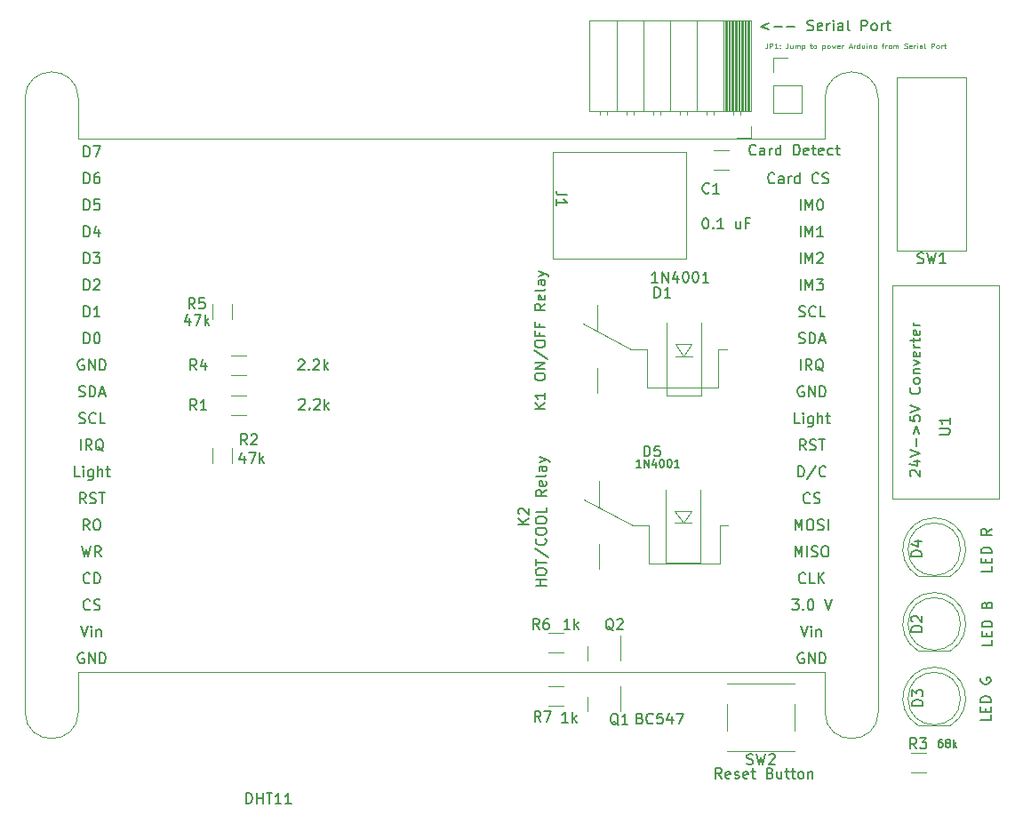
<source format=gbr>
%TF.GenerationSoftware,KiCad,Pcbnew,(6.0.0)*%
%TF.CreationDate,2022-04-01T08:55:31-04:00*%
%TF.ProjectId,Thermostat_Mega,54686572-6d6f-4737-9461-745f4d656761,rev?*%
%TF.SameCoordinates,Original*%
%TF.FileFunction,Legend,Top*%
%TF.FilePolarity,Positive*%
%FSLAX46Y46*%
G04 Gerber Fmt 4.6, Leading zero omitted, Abs format (unit mm)*
G04 Created by KiCad (PCBNEW (6.0.0)) date 2022-04-01 08:55:31*
%MOMM*%
%LPD*%
G01*
G04 APERTURE LIST*
%ADD10C,0.150000*%
%ADD11C,0.100000*%
%ADD12C,0.120000*%
G04 APERTURE END LIST*
D10*
%TO.C,D1*%
X151407904Y-50718980D02*
X151407904Y-49718980D01*
X151646000Y-49718980D01*
X151788857Y-49766600D01*
X151884095Y-49861838D01*
X151931714Y-49957076D01*
X151979333Y-50147552D01*
X151979333Y-50290409D01*
X151931714Y-50480885D01*
X151884095Y-50576123D01*
X151788857Y-50671361D01*
X151646000Y-50718980D01*
X151407904Y-50718980D01*
X152931714Y-50718980D02*
X152360285Y-50718980D01*
X152646000Y-50718980D02*
X152646000Y-49718980D01*
X152550761Y-49861838D01*
X152455523Y-49957076D01*
X152360285Y-50004695D01*
X151704942Y-49245780D02*
X151133514Y-49245780D01*
X151419228Y-49245780D02*
X151419228Y-48245780D01*
X151323990Y-48388638D01*
X151228752Y-48483876D01*
X151133514Y-48531495D01*
X152133514Y-49245780D02*
X152133514Y-48245780D01*
X152704942Y-49245780D01*
X152704942Y-48245780D01*
X153609704Y-48579114D02*
X153609704Y-49245780D01*
X153371609Y-48198161D02*
X153133514Y-48912447D01*
X153752561Y-48912447D01*
X154323990Y-48245780D02*
X154419228Y-48245780D01*
X154514466Y-48293400D01*
X154562085Y-48341019D01*
X154609704Y-48436257D01*
X154657323Y-48626733D01*
X154657323Y-48864828D01*
X154609704Y-49055304D01*
X154562085Y-49150542D01*
X154514466Y-49198161D01*
X154419228Y-49245780D01*
X154323990Y-49245780D01*
X154228752Y-49198161D01*
X154181133Y-49150542D01*
X154133514Y-49055304D01*
X154085895Y-48864828D01*
X154085895Y-48626733D01*
X154133514Y-48436257D01*
X154181133Y-48341019D01*
X154228752Y-48293400D01*
X154323990Y-48245780D01*
X155276371Y-48245780D02*
X155371609Y-48245780D01*
X155466847Y-48293400D01*
X155514466Y-48341019D01*
X155562085Y-48436257D01*
X155609704Y-48626733D01*
X155609704Y-48864828D01*
X155562085Y-49055304D01*
X155514466Y-49150542D01*
X155466847Y-49198161D01*
X155371609Y-49245780D01*
X155276371Y-49245780D01*
X155181133Y-49198161D01*
X155133514Y-49150542D01*
X155085895Y-49055304D01*
X155038276Y-48864828D01*
X155038276Y-48626733D01*
X155085895Y-48436257D01*
X155133514Y-48341019D01*
X155181133Y-48293400D01*
X155276371Y-48245780D01*
X156562085Y-49245780D02*
X155990657Y-49245780D01*
X156276371Y-49245780D02*
X156276371Y-48245780D01*
X156181133Y-48388638D01*
X156085895Y-48483876D01*
X155990657Y-48531495D01*
%TO.C,K1*%
X140990580Y-61291695D02*
X139990580Y-61291695D01*
X140990580Y-60720266D02*
X140419152Y-61148838D01*
X139990580Y-60720266D02*
X140562009Y-61291695D01*
X140990580Y-59767885D02*
X140990580Y-60339314D01*
X140990580Y-60053600D02*
X139990580Y-60053600D01*
X140133438Y-60148838D01*
X140228676Y-60244076D01*
X140276295Y-60339314D01*
X139990580Y-58344771D02*
X139990580Y-58154295D01*
X140038200Y-58059057D01*
X140133438Y-57963819D01*
X140323914Y-57916200D01*
X140657247Y-57916200D01*
X140847723Y-57963819D01*
X140942961Y-58059057D01*
X140990580Y-58154295D01*
X140990580Y-58344771D01*
X140942961Y-58440009D01*
X140847723Y-58535247D01*
X140657247Y-58582866D01*
X140323914Y-58582866D01*
X140133438Y-58535247D01*
X140038200Y-58440009D01*
X139990580Y-58344771D01*
X140990580Y-57487628D02*
X139990580Y-57487628D01*
X140990580Y-56916200D01*
X139990580Y-56916200D01*
X139942961Y-55725723D02*
X141228676Y-56582866D01*
X139990580Y-55201914D02*
X139990580Y-55011438D01*
X140038200Y-54916200D01*
X140133438Y-54820961D01*
X140323914Y-54773342D01*
X140657247Y-54773342D01*
X140847723Y-54820961D01*
X140942961Y-54916200D01*
X140990580Y-55011438D01*
X140990580Y-55201914D01*
X140942961Y-55297152D01*
X140847723Y-55392390D01*
X140657247Y-55440009D01*
X140323914Y-55440009D01*
X140133438Y-55392390D01*
X140038200Y-55297152D01*
X139990580Y-55201914D01*
X140466771Y-54011438D02*
X140466771Y-54344771D01*
X140990580Y-54344771D02*
X139990580Y-54344771D01*
X139990580Y-53868580D01*
X140466771Y-53154295D02*
X140466771Y-53487628D01*
X140990580Y-53487628D02*
X139990580Y-53487628D01*
X139990580Y-53011438D01*
X140990580Y-51297152D02*
X140514390Y-51630485D01*
X140990580Y-51868580D02*
X139990580Y-51868580D01*
X139990580Y-51487628D01*
X140038200Y-51392390D01*
X140085819Y-51344771D01*
X140181057Y-51297152D01*
X140323914Y-51297152D01*
X140419152Y-51344771D01*
X140466771Y-51392390D01*
X140514390Y-51487628D01*
X140514390Y-51868580D01*
X140942961Y-50487628D02*
X140990580Y-50582866D01*
X140990580Y-50773342D01*
X140942961Y-50868580D01*
X140847723Y-50916200D01*
X140466771Y-50916200D01*
X140371533Y-50868580D01*
X140323914Y-50773342D01*
X140323914Y-50582866D01*
X140371533Y-50487628D01*
X140466771Y-50440009D01*
X140562009Y-50440009D01*
X140657247Y-50916200D01*
X140990580Y-49868580D02*
X140942961Y-49963819D01*
X140847723Y-50011438D01*
X139990580Y-50011438D01*
X140990580Y-49059057D02*
X140466771Y-49059057D01*
X140371533Y-49106676D01*
X140323914Y-49201914D01*
X140323914Y-49392390D01*
X140371533Y-49487628D01*
X140942961Y-49059057D02*
X140990580Y-49154295D01*
X140990580Y-49392390D01*
X140942961Y-49487628D01*
X140847723Y-49535247D01*
X140752485Y-49535247D01*
X140657247Y-49487628D01*
X140609628Y-49392390D01*
X140609628Y-49154295D01*
X140562009Y-49059057D01*
X140323914Y-48678104D02*
X140990580Y-48440009D01*
X140323914Y-48201914D02*
X140990580Y-48440009D01*
X141228676Y-48535247D01*
X141276295Y-48582866D01*
X141323914Y-48678104D01*
%TO.C,K2*%
X139415780Y-72289895D02*
X138415780Y-72289895D01*
X139415780Y-71718466D02*
X138844352Y-72147038D01*
X138415780Y-71718466D02*
X138987209Y-72289895D01*
X138511019Y-71337514D02*
X138463400Y-71289895D01*
X138415780Y-71194657D01*
X138415780Y-70956561D01*
X138463400Y-70861323D01*
X138511019Y-70813704D01*
X138606257Y-70766085D01*
X138701495Y-70766085D01*
X138844352Y-70813704D01*
X139415780Y-71385133D01*
X139415780Y-70766085D01*
X141092180Y-78156628D02*
X140092180Y-78156628D01*
X140568371Y-78156628D02*
X140568371Y-77585200D01*
X141092180Y-77585200D02*
X140092180Y-77585200D01*
X140092180Y-76918533D02*
X140092180Y-76728057D01*
X140139800Y-76632819D01*
X140235038Y-76537580D01*
X140425514Y-76489961D01*
X140758847Y-76489961D01*
X140949323Y-76537580D01*
X141044561Y-76632819D01*
X141092180Y-76728057D01*
X141092180Y-76918533D01*
X141044561Y-77013771D01*
X140949323Y-77109009D01*
X140758847Y-77156628D01*
X140425514Y-77156628D01*
X140235038Y-77109009D01*
X140139800Y-77013771D01*
X140092180Y-76918533D01*
X140092180Y-76204247D02*
X140092180Y-75632819D01*
X141092180Y-75918533D02*
X140092180Y-75918533D01*
X140044561Y-74585200D02*
X141330276Y-75442342D01*
X140996942Y-73680438D02*
X141044561Y-73728057D01*
X141092180Y-73870914D01*
X141092180Y-73966152D01*
X141044561Y-74109009D01*
X140949323Y-74204247D01*
X140854085Y-74251866D01*
X140663609Y-74299485D01*
X140520752Y-74299485D01*
X140330276Y-74251866D01*
X140235038Y-74204247D01*
X140139800Y-74109009D01*
X140092180Y-73966152D01*
X140092180Y-73870914D01*
X140139800Y-73728057D01*
X140187419Y-73680438D01*
X140092180Y-73061390D02*
X140092180Y-72870914D01*
X140139800Y-72775676D01*
X140235038Y-72680438D01*
X140425514Y-72632819D01*
X140758847Y-72632819D01*
X140949323Y-72680438D01*
X141044561Y-72775676D01*
X141092180Y-72870914D01*
X141092180Y-73061390D01*
X141044561Y-73156628D01*
X140949323Y-73251866D01*
X140758847Y-73299485D01*
X140425514Y-73299485D01*
X140235038Y-73251866D01*
X140139800Y-73156628D01*
X140092180Y-73061390D01*
X140092180Y-72013771D02*
X140092180Y-71823295D01*
X140139800Y-71728057D01*
X140235038Y-71632819D01*
X140425514Y-71585200D01*
X140758847Y-71585200D01*
X140949323Y-71632819D01*
X141044561Y-71728057D01*
X141092180Y-71823295D01*
X141092180Y-72013771D01*
X141044561Y-72109009D01*
X140949323Y-72204247D01*
X140758847Y-72251866D01*
X140425514Y-72251866D01*
X140235038Y-72204247D01*
X140139800Y-72109009D01*
X140092180Y-72013771D01*
X141092180Y-70680438D02*
X141092180Y-71156628D01*
X140092180Y-71156628D01*
X141092180Y-69013771D02*
X140615990Y-69347104D01*
X141092180Y-69585200D02*
X140092180Y-69585200D01*
X140092180Y-69204247D01*
X140139800Y-69109009D01*
X140187419Y-69061390D01*
X140282657Y-69013771D01*
X140425514Y-69013771D01*
X140520752Y-69061390D01*
X140568371Y-69109009D01*
X140615990Y-69204247D01*
X140615990Y-69585200D01*
X141044561Y-68204247D02*
X141092180Y-68299485D01*
X141092180Y-68489961D01*
X141044561Y-68585200D01*
X140949323Y-68632819D01*
X140568371Y-68632819D01*
X140473133Y-68585200D01*
X140425514Y-68489961D01*
X140425514Y-68299485D01*
X140473133Y-68204247D01*
X140568371Y-68156628D01*
X140663609Y-68156628D01*
X140758847Y-68632819D01*
X141092180Y-67585200D02*
X141044561Y-67680438D01*
X140949323Y-67728057D01*
X140092180Y-67728057D01*
X141092180Y-66775676D02*
X140568371Y-66775676D01*
X140473133Y-66823295D01*
X140425514Y-66918533D01*
X140425514Y-67109009D01*
X140473133Y-67204247D01*
X141044561Y-66775676D02*
X141092180Y-66870914D01*
X141092180Y-67109009D01*
X141044561Y-67204247D01*
X140949323Y-67251866D01*
X140854085Y-67251866D01*
X140758847Y-67204247D01*
X140711228Y-67109009D01*
X140711228Y-66870914D01*
X140663609Y-66775676D01*
X140425514Y-66394723D02*
X141092180Y-66156628D01*
X140425514Y-65918533D02*
X141092180Y-66156628D01*
X141330276Y-66251866D01*
X141377895Y-66299485D01*
X141425514Y-66394723D01*
%TO.C,J2*%
X97242380Y-70302380D02*
X96909047Y-69826190D01*
X96670952Y-70302380D02*
X96670952Y-69302380D01*
X97051904Y-69302380D01*
X97147142Y-69350000D01*
X97194761Y-69397619D01*
X97242380Y-69492857D01*
X97242380Y-69635714D01*
X97194761Y-69730952D01*
X97147142Y-69778571D01*
X97051904Y-69826190D01*
X96670952Y-69826190D01*
X97623333Y-70254761D02*
X97766190Y-70302380D01*
X98004285Y-70302380D01*
X98099523Y-70254761D01*
X98147142Y-70207142D01*
X98194761Y-70111904D01*
X98194761Y-70016666D01*
X98147142Y-69921428D01*
X98099523Y-69873809D01*
X98004285Y-69826190D01*
X97813809Y-69778571D01*
X97718571Y-69730952D01*
X97670952Y-69683333D01*
X97623333Y-69588095D01*
X97623333Y-69492857D01*
X97670952Y-69397619D01*
X97718571Y-69350000D01*
X97813809Y-69302380D01*
X98051904Y-69302380D01*
X98194761Y-69350000D01*
X98480476Y-69302380D02*
X99051904Y-69302380D01*
X98766190Y-70302380D02*
X98766190Y-69302380D01*
X97051904Y-39822380D02*
X97051904Y-38822380D01*
X97290000Y-38822380D01*
X97432857Y-38870000D01*
X97528095Y-38965238D01*
X97575714Y-39060476D01*
X97623333Y-39250952D01*
X97623333Y-39393809D01*
X97575714Y-39584285D01*
X97528095Y-39679523D01*
X97432857Y-39774761D01*
X97290000Y-39822380D01*
X97051904Y-39822380D01*
X98480476Y-38822380D02*
X98290000Y-38822380D01*
X98194761Y-38870000D01*
X98147142Y-38917619D01*
X98051904Y-39060476D01*
X98004285Y-39250952D01*
X98004285Y-39631904D01*
X98051904Y-39727142D01*
X98099523Y-39774761D01*
X98194761Y-39822380D01*
X98385238Y-39822380D01*
X98480476Y-39774761D01*
X98528095Y-39727142D01*
X98575714Y-39631904D01*
X98575714Y-39393809D01*
X98528095Y-39298571D01*
X98480476Y-39250952D01*
X98385238Y-39203333D01*
X98194761Y-39203333D01*
X98099523Y-39250952D01*
X98051904Y-39298571D01*
X98004285Y-39393809D01*
X97599523Y-77827142D02*
X97551904Y-77874761D01*
X97409047Y-77922380D01*
X97313809Y-77922380D01*
X97170952Y-77874761D01*
X97075714Y-77779523D01*
X97028095Y-77684285D01*
X96980476Y-77493809D01*
X96980476Y-77350952D01*
X97028095Y-77160476D01*
X97075714Y-77065238D01*
X97170952Y-76970000D01*
X97313809Y-76922380D01*
X97409047Y-76922380D01*
X97551904Y-76970000D01*
X97599523Y-77017619D01*
X98028095Y-77922380D02*
X98028095Y-76922380D01*
X98266190Y-76922380D01*
X98409047Y-76970000D01*
X98504285Y-77065238D01*
X98551904Y-77160476D01*
X98599523Y-77350952D01*
X98599523Y-77493809D01*
X98551904Y-77684285D01*
X98504285Y-77779523D01*
X98409047Y-77874761D01*
X98266190Y-77922380D01*
X98028095Y-77922380D01*
X164798571Y-72842380D02*
X164798571Y-71842380D01*
X165131904Y-72556666D01*
X165465238Y-71842380D01*
X165465238Y-72842380D01*
X166131904Y-71842380D02*
X166322380Y-71842380D01*
X166417619Y-71890000D01*
X166512857Y-71985238D01*
X166560476Y-72175714D01*
X166560476Y-72509047D01*
X166512857Y-72699523D01*
X166417619Y-72794761D01*
X166322380Y-72842380D01*
X166131904Y-72842380D01*
X166036666Y-72794761D01*
X165941428Y-72699523D01*
X165893809Y-72509047D01*
X165893809Y-72175714D01*
X165941428Y-71985238D01*
X166036666Y-71890000D01*
X166131904Y-71842380D01*
X166941428Y-72794761D02*
X167084285Y-72842380D01*
X167322380Y-72842380D01*
X167417619Y-72794761D01*
X167465238Y-72747142D01*
X167512857Y-72651904D01*
X167512857Y-72556666D01*
X167465238Y-72461428D01*
X167417619Y-72413809D01*
X167322380Y-72366190D01*
X167131904Y-72318571D01*
X167036666Y-72270952D01*
X166989047Y-72223333D01*
X166941428Y-72128095D01*
X166941428Y-72032857D01*
X166989047Y-71937619D01*
X167036666Y-71890000D01*
X167131904Y-71842380D01*
X167370000Y-71842380D01*
X167512857Y-71890000D01*
X167941428Y-72842380D02*
X167941428Y-71842380D01*
X165774761Y-77827142D02*
X165727142Y-77874761D01*
X165584285Y-77922380D01*
X165489047Y-77922380D01*
X165346190Y-77874761D01*
X165250952Y-77779523D01*
X165203333Y-77684285D01*
X165155714Y-77493809D01*
X165155714Y-77350952D01*
X165203333Y-77160476D01*
X165250952Y-77065238D01*
X165346190Y-76970000D01*
X165489047Y-76922380D01*
X165584285Y-76922380D01*
X165727142Y-76970000D01*
X165774761Y-77017619D01*
X166679523Y-77922380D02*
X166203333Y-77922380D01*
X166203333Y-76922380D01*
X167012857Y-77922380D02*
X167012857Y-76922380D01*
X167584285Y-77922380D02*
X167155714Y-77350952D01*
X167584285Y-76922380D02*
X167012857Y-77493809D01*
X164512857Y-79462380D02*
X165131904Y-79462380D01*
X164798571Y-79843333D01*
X164941428Y-79843333D01*
X165036666Y-79890952D01*
X165084285Y-79938571D01*
X165131904Y-80033809D01*
X165131904Y-80271904D01*
X165084285Y-80367142D01*
X165036666Y-80414761D01*
X164941428Y-80462380D01*
X164655714Y-80462380D01*
X164560476Y-80414761D01*
X164512857Y-80367142D01*
X165560476Y-80367142D02*
X165608095Y-80414761D01*
X165560476Y-80462380D01*
X165512857Y-80414761D01*
X165560476Y-80367142D01*
X165560476Y-80462380D01*
X166227142Y-79462380D02*
X166322380Y-79462380D01*
X166417619Y-79510000D01*
X166465238Y-79557619D01*
X166512857Y-79652857D01*
X166560476Y-79843333D01*
X166560476Y-80081428D01*
X166512857Y-80271904D01*
X166465238Y-80367142D01*
X166417619Y-80414761D01*
X166322380Y-80462380D01*
X166227142Y-80462380D01*
X166131904Y-80414761D01*
X166084285Y-80367142D01*
X166036666Y-80271904D01*
X165989047Y-80081428D01*
X165989047Y-79843333D01*
X166036666Y-79652857D01*
X166084285Y-79557619D01*
X166131904Y-79510000D01*
X166227142Y-79462380D01*
X167608095Y-79462380D02*
X167941428Y-80462380D01*
X168274761Y-79462380D01*
X165084285Y-67762380D02*
X165084285Y-66762380D01*
X165322380Y-66762380D01*
X165465238Y-66810000D01*
X165560476Y-66905238D01*
X165608095Y-67000476D01*
X165655714Y-67190952D01*
X165655714Y-67333809D01*
X165608095Y-67524285D01*
X165560476Y-67619523D01*
X165465238Y-67714761D01*
X165322380Y-67762380D01*
X165084285Y-67762380D01*
X166798571Y-66714761D02*
X165941428Y-68000476D01*
X167703333Y-67667142D02*
X167655714Y-67714761D01*
X167512857Y-67762380D01*
X167417619Y-67762380D01*
X167274761Y-67714761D01*
X167179523Y-67619523D01*
X167131904Y-67524285D01*
X167084285Y-67333809D01*
X167084285Y-67190952D01*
X167131904Y-67000476D01*
X167179523Y-66905238D01*
X167274761Y-66810000D01*
X167417619Y-66762380D01*
X167512857Y-66762380D01*
X167655714Y-66810000D01*
X167703333Y-66857619D01*
X97051904Y-47442380D02*
X97051904Y-46442380D01*
X97290000Y-46442380D01*
X97432857Y-46490000D01*
X97528095Y-46585238D01*
X97575714Y-46680476D01*
X97623333Y-46870952D01*
X97623333Y-47013809D01*
X97575714Y-47204285D01*
X97528095Y-47299523D01*
X97432857Y-47394761D01*
X97290000Y-47442380D01*
X97051904Y-47442380D01*
X97956666Y-46442380D02*
X98575714Y-46442380D01*
X98242380Y-46823333D01*
X98385238Y-46823333D01*
X98480476Y-46870952D01*
X98528095Y-46918571D01*
X98575714Y-47013809D01*
X98575714Y-47251904D01*
X98528095Y-47347142D01*
X98480476Y-47394761D01*
X98385238Y-47442380D01*
X98099523Y-47442380D01*
X98004285Y-47394761D01*
X97956666Y-47347142D01*
X97051904Y-44902380D02*
X97051904Y-43902380D01*
X97290000Y-43902380D01*
X97432857Y-43950000D01*
X97528095Y-44045238D01*
X97575714Y-44140476D01*
X97623333Y-44330952D01*
X97623333Y-44473809D01*
X97575714Y-44664285D01*
X97528095Y-44759523D01*
X97432857Y-44854761D01*
X97290000Y-44902380D01*
X97051904Y-44902380D01*
X98480476Y-44235714D02*
X98480476Y-44902380D01*
X98242380Y-43854761D02*
X98004285Y-44569047D01*
X98623333Y-44569047D01*
X165822380Y-65222380D02*
X165489047Y-64746190D01*
X165250952Y-65222380D02*
X165250952Y-64222380D01*
X165631904Y-64222380D01*
X165727142Y-64270000D01*
X165774761Y-64317619D01*
X165822380Y-64412857D01*
X165822380Y-64555714D01*
X165774761Y-64650952D01*
X165727142Y-64698571D01*
X165631904Y-64746190D01*
X165250952Y-64746190D01*
X166203333Y-65174761D02*
X166346190Y-65222380D01*
X166584285Y-65222380D01*
X166679523Y-65174761D01*
X166727142Y-65127142D01*
X166774761Y-65031904D01*
X166774761Y-64936666D01*
X166727142Y-64841428D01*
X166679523Y-64793809D01*
X166584285Y-64746190D01*
X166393809Y-64698571D01*
X166298571Y-64650952D01*
X166250952Y-64603333D01*
X166203333Y-64508095D01*
X166203333Y-64412857D01*
X166250952Y-64317619D01*
X166298571Y-64270000D01*
X166393809Y-64222380D01*
X166631904Y-64222380D01*
X166774761Y-64270000D01*
X167060476Y-64222380D02*
X167631904Y-64222380D01*
X167346190Y-65222380D02*
X167346190Y-64222380D01*
X97051904Y-55062380D02*
X97051904Y-54062380D01*
X97290000Y-54062380D01*
X97432857Y-54110000D01*
X97528095Y-54205238D01*
X97575714Y-54300476D01*
X97623333Y-54490952D01*
X97623333Y-54633809D01*
X97575714Y-54824285D01*
X97528095Y-54919523D01*
X97432857Y-55014761D01*
X97290000Y-55062380D01*
X97051904Y-55062380D01*
X98242380Y-54062380D02*
X98337619Y-54062380D01*
X98432857Y-54110000D01*
X98480476Y-54157619D01*
X98528095Y-54252857D01*
X98575714Y-54443333D01*
X98575714Y-54681428D01*
X98528095Y-54871904D01*
X98480476Y-54967142D01*
X98432857Y-55014761D01*
X98337619Y-55062380D01*
X98242380Y-55062380D01*
X98147142Y-55014761D01*
X98099523Y-54967142D01*
X98051904Y-54871904D01*
X98004285Y-54681428D01*
X98004285Y-54443333D01*
X98051904Y-54252857D01*
X98099523Y-54157619D01*
X98147142Y-54110000D01*
X98242380Y-54062380D01*
X162838095Y-39727142D02*
X162790476Y-39774761D01*
X162647619Y-39822380D01*
X162552380Y-39822380D01*
X162409523Y-39774761D01*
X162314285Y-39679523D01*
X162266666Y-39584285D01*
X162219047Y-39393809D01*
X162219047Y-39250952D01*
X162266666Y-39060476D01*
X162314285Y-38965238D01*
X162409523Y-38870000D01*
X162552380Y-38822380D01*
X162647619Y-38822380D01*
X162790476Y-38870000D01*
X162838095Y-38917619D01*
X163695238Y-39822380D02*
X163695238Y-39298571D01*
X163647619Y-39203333D01*
X163552380Y-39155714D01*
X163361904Y-39155714D01*
X163266666Y-39203333D01*
X163695238Y-39774761D02*
X163600000Y-39822380D01*
X163361904Y-39822380D01*
X163266666Y-39774761D01*
X163219047Y-39679523D01*
X163219047Y-39584285D01*
X163266666Y-39489047D01*
X163361904Y-39441428D01*
X163600000Y-39441428D01*
X163695238Y-39393809D01*
X164171428Y-39822380D02*
X164171428Y-39155714D01*
X164171428Y-39346190D02*
X164219047Y-39250952D01*
X164266666Y-39203333D01*
X164361904Y-39155714D01*
X164457142Y-39155714D01*
X165219047Y-39822380D02*
X165219047Y-38822380D01*
X165219047Y-39774761D02*
X165123809Y-39822380D01*
X164933333Y-39822380D01*
X164838095Y-39774761D01*
X164790476Y-39727142D01*
X164742857Y-39631904D01*
X164742857Y-39346190D01*
X164790476Y-39250952D01*
X164838095Y-39203333D01*
X164933333Y-39155714D01*
X165123809Y-39155714D01*
X165219047Y-39203333D01*
X167028571Y-39727142D02*
X166980952Y-39774761D01*
X166838095Y-39822380D01*
X166742857Y-39822380D01*
X166600000Y-39774761D01*
X166504761Y-39679523D01*
X166457142Y-39584285D01*
X166409523Y-39393809D01*
X166409523Y-39250952D01*
X166457142Y-39060476D01*
X166504761Y-38965238D01*
X166600000Y-38870000D01*
X166742857Y-38822380D01*
X166838095Y-38822380D01*
X166980952Y-38870000D01*
X167028571Y-38917619D01*
X167409523Y-39774761D02*
X167552380Y-39822380D01*
X167790476Y-39822380D01*
X167885714Y-39774761D01*
X167933333Y-39727142D01*
X167980952Y-39631904D01*
X167980952Y-39536666D01*
X167933333Y-39441428D01*
X167885714Y-39393809D01*
X167790476Y-39346190D01*
X167600000Y-39298571D01*
X167504761Y-39250952D01*
X167457142Y-39203333D01*
X167409523Y-39108095D01*
X167409523Y-39012857D01*
X167457142Y-38917619D01*
X167504761Y-38870000D01*
X167600000Y-38822380D01*
X167838095Y-38822380D01*
X167980952Y-38870000D01*
X161050742Y-37034742D02*
X161003123Y-37082361D01*
X160860266Y-37129980D01*
X160765028Y-37129980D01*
X160622171Y-37082361D01*
X160526933Y-36987123D01*
X160479314Y-36891885D01*
X160431695Y-36701409D01*
X160431695Y-36558552D01*
X160479314Y-36368076D01*
X160526933Y-36272838D01*
X160622171Y-36177600D01*
X160765028Y-36129980D01*
X160860266Y-36129980D01*
X161003123Y-36177600D01*
X161050742Y-36225219D01*
X161907885Y-37129980D02*
X161907885Y-36606171D01*
X161860266Y-36510933D01*
X161765028Y-36463314D01*
X161574552Y-36463314D01*
X161479314Y-36510933D01*
X161907885Y-37082361D02*
X161812647Y-37129980D01*
X161574552Y-37129980D01*
X161479314Y-37082361D01*
X161431695Y-36987123D01*
X161431695Y-36891885D01*
X161479314Y-36796647D01*
X161574552Y-36749028D01*
X161812647Y-36749028D01*
X161907885Y-36701409D01*
X162384076Y-37129980D02*
X162384076Y-36463314D01*
X162384076Y-36653790D02*
X162431695Y-36558552D01*
X162479314Y-36510933D01*
X162574552Y-36463314D01*
X162669790Y-36463314D01*
X163431695Y-37129980D02*
X163431695Y-36129980D01*
X163431695Y-37082361D02*
X163336457Y-37129980D01*
X163145980Y-37129980D01*
X163050742Y-37082361D01*
X163003123Y-37034742D01*
X162955504Y-36939504D01*
X162955504Y-36653790D01*
X163003123Y-36558552D01*
X163050742Y-36510933D01*
X163145980Y-36463314D01*
X163336457Y-36463314D01*
X163431695Y-36510933D01*
X164669790Y-37129980D02*
X164669790Y-36129980D01*
X164907885Y-36129980D01*
X165050742Y-36177600D01*
X165145980Y-36272838D01*
X165193600Y-36368076D01*
X165241219Y-36558552D01*
X165241219Y-36701409D01*
X165193600Y-36891885D01*
X165145980Y-36987123D01*
X165050742Y-37082361D01*
X164907885Y-37129980D01*
X164669790Y-37129980D01*
X166050742Y-37082361D02*
X165955504Y-37129980D01*
X165765028Y-37129980D01*
X165669790Y-37082361D01*
X165622171Y-36987123D01*
X165622171Y-36606171D01*
X165669790Y-36510933D01*
X165765028Y-36463314D01*
X165955504Y-36463314D01*
X166050742Y-36510933D01*
X166098361Y-36606171D01*
X166098361Y-36701409D01*
X165622171Y-36796647D01*
X166384076Y-36463314D02*
X166765028Y-36463314D01*
X166526933Y-36129980D02*
X166526933Y-36987123D01*
X166574552Y-37082361D01*
X166669790Y-37129980D01*
X166765028Y-37129980D01*
X167479314Y-37082361D02*
X167384076Y-37129980D01*
X167193600Y-37129980D01*
X167098361Y-37082361D01*
X167050742Y-36987123D01*
X167050742Y-36606171D01*
X167098361Y-36510933D01*
X167193600Y-36463314D01*
X167384076Y-36463314D01*
X167479314Y-36510933D01*
X167526933Y-36606171D01*
X167526933Y-36701409D01*
X167050742Y-36796647D01*
X168384076Y-37082361D02*
X168288838Y-37129980D01*
X168098361Y-37129980D01*
X168003123Y-37082361D01*
X167955504Y-37034742D01*
X167907885Y-36939504D01*
X167907885Y-36653790D01*
X167955504Y-36558552D01*
X168003123Y-36510933D01*
X168098361Y-36463314D01*
X168288838Y-36463314D01*
X168384076Y-36510933D01*
X168669790Y-36463314D02*
X169050742Y-36463314D01*
X168812647Y-36129980D02*
X168812647Y-36987123D01*
X168860266Y-37082361D01*
X168955504Y-37129980D01*
X169050742Y-37129980D01*
X165322380Y-42362380D02*
X165322380Y-41362380D01*
X165798571Y-42362380D02*
X165798571Y-41362380D01*
X166131904Y-42076666D01*
X166465238Y-41362380D01*
X166465238Y-42362380D01*
X167131904Y-41362380D02*
X167227142Y-41362380D01*
X167322380Y-41410000D01*
X167370000Y-41457619D01*
X167417619Y-41552857D01*
X167465238Y-41743333D01*
X167465238Y-41981428D01*
X167417619Y-42171904D01*
X167370000Y-42267142D01*
X167322380Y-42314761D01*
X167227142Y-42362380D01*
X167131904Y-42362380D01*
X167036666Y-42314761D01*
X166989047Y-42267142D01*
X166941428Y-42171904D01*
X166893809Y-41981428D01*
X166893809Y-41743333D01*
X166941428Y-41552857D01*
X166989047Y-41457619D01*
X167036666Y-41410000D01*
X167131904Y-41362380D01*
X97575714Y-72842380D02*
X97242380Y-72366190D01*
X97004285Y-72842380D02*
X97004285Y-71842380D01*
X97385238Y-71842380D01*
X97480476Y-71890000D01*
X97528095Y-71937619D01*
X97575714Y-72032857D01*
X97575714Y-72175714D01*
X97528095Y-72270952D01*
X97480476Y-72318571D01*
X97385238Y-72366190D01*
X97004285Y-72366190D01*
X98194761Y-71842380D02*
X98385238Y-71842380D01*
X98480476Y-71890000D01*
X98575714Y-71985238D01*
X98623333Y-72175714D01*
X98623333Y-72509047D01*
X98575714Y-72699523D01*
X98480476Y-72794761D01*
X98385238Y-72842380D01*
X98194761Y-72842380D01*
X98099523Y-72794761D01*
X98004285Y-72699523D01*
X97956666Y-72509047D01*
X97956666Y-72175714D01*
X98004285Y-71985238D01*
X98099523Y-71890000D01*
X98194761Y-71842380D01*
X96599523Y-62634761D02*
X96742380Y-62682380D01*
X96980476Y-62682380D01*
X97075714Y-62634761D01*
X97123333Y-62587142D01*
X97170952Y-62491904D01*
X97170952Y-62396666D01*
X97123333Y-62301428D01*
X97075714Y-62253809D01*
X96980476Y-62206190D01*
X96790000Y-62158571D01*
X96694761Y-62110952D01*
X96647142Y-62063333D01*
X96599523Y-61968095D01*
X96599523Y-61872857D01*
X96647142Y-61777619D01*
X96694761Y-61730000D01*
X96790000Y-61682380D01*
X97028095Y-61682380D01*
X97170952Y-61730000D01*
X98170952Y-62587142D02*
X98123333Y-62634761D01*
X97980476Y-62682380D01*
X97885238Y-62682380D01*
X97742380Y-62634761D01*
X97647142Y-62539523D01*
X97599523Y-62444285D01*
X97551904Y-62253809D01*
X97551904Y-62110952D01*
X97599523Y-61920476D01*
X97647142Y-61825238D01*
X97742380Y-61730000D01*
X97885238Y-61682380D01*
X97980476Y-61682380D01*
X98123333Y-61730000D01*
X98170952Y-61777619D01*
X99075714Y-62682380D02*
X98599523Y-62682380D01*
X98599523Y-61682380D01*
X97028095Y-84590000D02*
X96932857Y-84542380D01*
X96790000Y-84542380D01*
X96647142Y-84590000D01*
X96551904Y-84685238D01*
X96504285Y-84780476D01*
X96456666Y-84970952D01*
X96456666Y-85113809D01*
X96504285Y-85304285D01*
X96551904Y-85399523D01*
X96647142Y-85494761D01*
X96790000Y-85542380D01*
X96885238Y-85542380D01*
X97028095Y-85494761D01*
X97075714Y-85447142D01*
X97075714Y-85113809D01*
X96885238Y-85113809D01*
X97504285Y-85542380D02*
X97504285Y-84542380D01*
X98075714Y-85542380D01*
X98075714Y-84542380D01*
X98551904Y-85542380D02*
X98551904Y-84542380D01*
X98790000Y-84542380D01*
X98932857Y-84590000D01*
X99028095Y-84685238D01*
X99075714Y-84780476D01*
X99123333Y-84970952D01*
X99123333Y-85113809D01*
X99075714Y-85304285D01*
X99028095Y-85399523D01*
X98932857Y-85494761D01*
X98790000Y-85542380D01*
X98551904Y-85542380D01*
X165179523Y-52474761D02*
X165322380Y-52522380D01*
X165560476Y-52522380D01*
X165655714Y-52474761D01*
X165703333Y-52427142D01*
X165750952Y-52331904D01*
X165750952Y-52236666D01*
X165703333Y-52141428D01*
X165655714Y-52093809D01*
X165560476Y-52046190D01*
X165370000Y-51998571D01*
X165274761Y-51950952D01*
X165227142Y-51903333D01*
X165179523Y-51808095D01*
X165179523Y-51712857D01*
X165227142Y-51617619D01*
X165274761Y-51570000D01*
X165370000Y-51522380D01*
X165608095Y-51522380D01*
X165750952Y-51570000D01*
X166750952Y-52427142D02*
X166703333Y-52474761D01*
X166560476Y-52522380D01*
X166465238Y-52522380D01*
X166322380Y-52474761D01*
X166227142Y-52379523D01*
X166179523Y-52284285D01*
X166131904Y-52093809D01*
X166131904Y-51950952D01*
X166179523Y-51760476D01*
X166227142Y-51665238D01*
X166322380Y-51570000D01*
X166465238Y-51522380D01*
X166560476Y-51522380D01*
X166703333Y-51570000D01*
X166750952Y-51617619D01*
X167655714Y-52522380D02*
X167179523Y-52522380D01*
X167179523Y-51522380D01*
X97051904Y-49982380D02*
X97051904Y-48982380D01*
X97290000Y-48982380D01*
X97432857Y-49030000D01*
X97528095Y-49125238D01*
X97575714Y-49220476D01*
X97623333Y-49410952D01*
X97623333Y-49553809D01*
X97575714Y-49744285D01*
X97528095Y-49839523D01*
X97432857Y-49934761D01*
X97290000Y-49982380D01*
X97051904Y-49982380D01*
X98004285Y-49077619D02*
X98051904Y-49030000D01*
X98147142Y-48982380D01*
X98385238Y-48982380D01*
X98480476Y-49030000D01*
X98528095Y-49077619D01*
X98575714Y-49172857D01*
X98575714Y-49268095D01*
X98528095Y-49410952D01*
X97956666Y-49982380D01*
X98575714Y-49982380D01*
X96766190Y-82002380D02*
X97099523Y-83002380D01*
X97432857Y-82002380D01*
X97766190Y-83002380D02*
X97766190Y-82335714D01*
X97766190Y-82002380D02*
X97718571Y-82050000D01*
X97766190Y-82097619D01*
X97813809Y-82050000D01*
X97766190Y-82002380D01*
X97766190Y-82097619D01*
X98242380Y-82335714D02*
X98242380Y-83002380D01*
X98242380Y-82430952D02*
X98290000Y-82383333D01*
X98385238Y-82335714D01*
X98528095Y-82335714D01*
X98623333Y-82383333D01*
X98670952Y-82478571D01*
X98670952Y-83002380D01*
X96670952Y-67762380D02*
X96194761Y-67762380D01*
X96194761Y-66762380D01*
X97004285Y-67762380D02*
X97004285Y-67095714D01*
X97004285Y-66762380D02*
X96956666Y-66810000D01*
X97004285Y-66857619D01*
X97051904Y-66810000D01*
X97004285Y-66762380D01*
X97004285Y-66857619D01*
X97909047Y-67095714D02*
X97909047Y-67905238D01*
X97861428Y-68000476D01*
X97813809Y-68048095D01*
X97718571Y-68095714D01*
X97575714Y-68095714D01*
X97480476Y-68048095D01*
X97909047Y-67714761D02*
X97813809Y-67762380D01*
X97623333Y-67762380D01*
X97528095Y-67714761D01*
X97480476Y-67667142D01*
X97432857Y-67571904D01*
X97432857Y-67286190D01*
X97480476Y-67190952D01*
X97528095Y-67143333D01*
X97623333Y-67095714D01*
X97813809Y-67095714D01*
X97909047Y-67143333D01*
X98385238Y-67762380D02*
X98385238Y-66762380D01*
X98813809Y-67762380D02*
X98813809Y-67238571D01*
X98766190Y-67143333D01*
X98670952Y-67095714D01*
X98528095Y-67095714D01*
X98432857Y-67143333D01*
X98385238Y-67190952D01*
X99147142Y-67095714D02*
X99528095Y-67095714D01*
X99290000Y-66762380D02*
X99290000Y-67619523D01*
X99337619Y-67714761D01*
X99432857Y-67762380D01*
X99528095Y-67762380D01*
X165322380Y-47442380D02*
X165322380Y-46442380D01*
X165798571Y-47442380D02*
X165798571Y-46442380D01*
X166131904Y-47156666D01*
X166465238Y-46442380D01*
X166465238Y-47442380D01*
X166893809Y-46537619D02*
X166941428Y-46490000D01*
X167036666Y-46442380D01*
X167274761Y-46442380D01*
X167370000Y-46490000D01*
X167417619Y-46537619D01*
X167465238Y-46632857D01*
X167465238Y-46728095D01*
X167417619Y-46870952D01*
X166846190Y-47442380D01*
X167465238Y-47442380D01*
X165608095Y-84590000D02*
X165512857Y-84542380D01*
X165370000Y-84542380D01*
X165227142Y-84590000D01*
X165131904Y-84685238D01*
X165084285Y-84780476D01*
X165036666Y-84970952D01*
X165036666Y-85113809D01*
X165084285Y-85304285D01*
X165131904Y-85399523D01*
X165227142Y-85494761D01*
X165370000Y-85542380D01*
X165465238Y-85542380D01*
X165608095Y-85494761D01*
X165655714Y-85447142D01*
X165655714Y-85113809D01*
X165465238Y-85113809D01*
X166084285Y-85542380D02*
X166084285Y-84542380D01*
X166655714Y-85542380D01*
X166655714Y-84542380D01*
X167131904Y-85542380D02*
X167131904Y-84542380D01*
X167370000Y-84542380D01*
X167512857Y-84590000D01*
X167608095Y-84685238D01*
X167655714Y-84780476D01*
X167703333Y-84970952D01*
X167703333Y-85113809D01*
X167655714Y-85304285D01*
X167608095Y-85399523D01*
X167512857Y-85494761D01*
X167370000Y-85542380D01*
X167131904Y-85542380D01*
X165322380Y-44902380D02*
X165322380Y-43902380D01*
X165798571Y-44902380D02*
X165798571Y-43902380D01*
X166131904Y-44616666D01*
X166465238Y-43902380D01*
X166465238Y-44902380D01*
X167465238Y-44902380D02*
X166893809Y-44902380D01*
X167179523Y-44902380D02*
X167179523Y-43902380D01*
X167084285Y-44045238D01*
X166989047Y-44140476D01*
X166893809Y-44188095D01*
X96861428Y-74382380D02*
X97099523Y-75382380D01*
X97290000Y-74668095D01*
X97480476Y-75382380D01*
X97718571Y-74382380D01*
X98670952Y-75382380D02*
X98337619Y-74906190D01*
X98099523Y-75382380D02*
X98099523Y-74382380D01*
X98480476Y-74382380D01*
X98575714Y-74430000D01*
X98623333Y-74477619D01*
X98670952Y-74572857D01*
X98670952Y-74715714D01*
X98623333Y-74810952D01*
X98575714Y-74858571D01*
X98480476Y-74906190D01*
X98099523Y-74906190D01*
X165155714Y-55014761D02*
X165298571Y-55062380D01*
X165536666Y-55062380D01*
X165631904Y-55014761D01*
X165679523Y-54967142D01*
X165727142Y-54871904D01*
X165727142Y-54776666D01*
X165679523Y-54681428D01*
X165631904Y-54633809D01*
X165536666Y-54586190D01*
X165346190Y-54538571D01*
X165250952Y-54490952D01*
X165203333Y-54443333D01*
X165155714Y-54348095D01*
X165155714Y-54252857D01*
X165203333Y-54157619D01*
X165250952Y-54110000D01*
X165346190Y-54062380D01*
X165584285Y-54062380D01*
X165727142Y-54110000D01*
X166155714Y-55062380D02*
X166155714Y-54062380D01*
X166393809Y-54062380D01*
X166536666Y-54110000D01*
X166631904Y-54205238D01*
X166679523Y-54300476D01*
X166727142Y-54490952D01*
X166727142Y-54633809D01*
X166679523Y-54824285D01*
X166631904Y-54919523D01*
X166536666Y-55014761D01*
X166393809Y-55062380D01*
X166155714Y-55062380D01*
X167108095Y-54776666D02*
X167584285Y-54776666D01*
X167012857Y-55062380D02*
X167346190Y-54062380D01*
X167679523Y-55062380D01*
X165346190Y-82002380D02*
X165679523Y-83002380D01*
X166012857Y-82002380D01*
X166346190Y-83002380D02*
X166346190Y-82335714D01*
X166346190Y-82002380D02*
X166298571Y-82050000D01*
X166346190Y-82097619D01*
X166393809Y-82050000D01*
X166346190Y-82002380D01*
X166346190Y-82097619D01*
X166822380Y-82335714D02*
X166822380Y-83002380D01*
X166822380Y-82430952D02*
X166870000Y-82383333D01*
X166965238Y-82335714D01*
X167108095Y-82335714D01*
X167203333Y-82383333D01*
X167250952Y-82478571D01*
X167250952Y-83002380D01*
X97051904Y-37282380D02*
X97051904Y-36282380D01*
X97290000Y-36282380D01*
X97432857Y-36330000D01*
X97528095Y-36425238D01*
X97575714Y-36520476D01*
X97623333Y-36710952D01*
X97623333Y-36853809D01*
X97575714Y-37044285D01*
X97528095Y-37139523D01*
X97432857Y-37234761D01*
X97290000Y-37282380D01*
X97051904Y-37282380D01*
X97956666Y-36282380D02*
X98623333Y-36282380D01*
X98194761Y-37282380D01*
X166203333Y-70207142D02*
X166155714Y-70254761D01*
X166012857Y-70302380D01*
X165917619Y-70302380D01*
X165774761Y-70254761D01*
X165679523Y-70159523D01*
X165631904Y-70064285D01*
X165584285Y-69873809D01*
X165584285Y-69730952D01*
X165631904Y-69540476D01*
X165679523Y-69445238D01*
X165774761Y-69350000D01*
X165917619Y-69302380D01*
X166012857Y-69302380D01*
X166155714Y-69350000D01*
X166203333Y-69397619D01*
X166584285Y-70254761D02*
X166727142Y-70302380D01*
X166965238Y-70302380D01*
X167060476Y-70254761D01*
X167108095Y-70207142D01*
X167155714Y-70111904D01*
X167155714Y-70016666D01*
X167108095Y-69921428D01*
X167060476Y-69873809D01*
X166965238Y-69826190D01*
X166774761Y-69778571D01*
X166679523Y-69730952D01*
X166631904Y-69683333D01*
X166584285Y-69588095D01*
X166584285Y-69492857D01*
X166631904Y-69397619D01*
X166679523Y-69350000D01*
X166774761Y-69302380D01*
X167012857Y-69302380D01*
X167155714Y-69350000D01*
X165322380Y-49982380D02*
X165322380Y-48982380D01*
X165798571Y-49982380D02*
X165798571Y-48982380D01*
X166131904Y-49696666D01*
X166465238Y-48982380D01*
X166465238Y-49982380D01*
X166846190Y-48982380D02*
X167465238Y-48982380D01*
X167131904Y-49363333D01*
X167274761Y-49363333D01*
X167370000Y-49410952D01*
X167417619Y-49458571D01*
X167465238Y-49553809D01*
X167465238Y-49791904D01*
X167417619Y-49887142D01*
X167370000Y-49934761D01*
X167274761Y-49982380D01*
X166989047Y-49982380D01*
X166893809Y-49934761D01*
X166846190Y-49887142D01*
X165608095Y-59190000D02*
X165512857Y-59142380D01*
X165370000Y-59142380D01*
X165227142Y-59190000D01*
X165131904Y-59285238D01*
X165084285Y-59380476D01*
X165036666Y-59570952D01*
X165036666Y-59713809D01*
X165084285Y-59904285D01*
X165131904Y-59999523D01*
X165227142Y-60094761D01*
X165370000Y-60142380D01*
X165465238Y-60142380D01*
X165608095Y-60094761D01*
X165655714Y-60047142D01*
X165655714Y-59713809D01*
X165465238Y-59713809D01*
X166084285Y-60142380D02*
X166084285Y-59142380D01*
X166655714Y-60142380D01*
X166655714Y-59142380D01*
X167131904Y-60142380D02*
X167131904Y-59142380D01*
X167370000Y-59142380D01*
X167512857Y-59190000D01*
X167608095Y-59285238D01*
X167655714Y-59380476D01*
X167703333Y-59570952D01*
X167703333Y-59713809D01*
X167655714Y-59904285D01*
X167608095Y-59999523D01*
X167512857Y-60094761D01*
X167370000Y-60142380D01*
X167131904Y-60142380D01*
X165346190Y-57602380D02*
X165346190Y-56602380D01*
X166393809Y-57602380D02*
X166060476Y-57126190D01*
X165822380Y-57602380D02*
X165822380Y-56602380D01*
X166203333Y-56602380D01*
X166298571Y-56650000D01*
X166346190Y-56697619D01*
X166393809Y-56792857D01*
X166393809Y-56935714D01*
X166346190Y-57030952D01*
X166298571Y-57078571D01*
X166203333Y-57126190D01*
X165822380Y-57126190D01*
X167489047Y-57697619D02*
X167393809Y-57650000D01*
X167298571Y-57554761D01*
X167155714Y-57411904D01*
X167060476Y-57364285D01*
X166965238Y-57364285D01*
X167012857Y-57602380D02*
X166917619Y-57554761D01*
X166822380Y-57459523D01*
X166774761Y-57269047D01*
X166774761Y-56935714D01*
X166822380Y-56745238D01*
X166917619Y-56650000D01*
X167012857Y-56602380D01*
X167203333Y-56602380D01*
X167298571Y-56650000D01*
X167393809Y-56745238D01*
X167441428Y-56935714D01*
X167441428Y-57269047D01*
X167393809Y-57459523D01*
X167298571Y-57554761D01*
X167203333Y-57602380D01*
X167012857Y-57602380D01*
X96766190Y-65222380D02*
X96766190Y-64222380D01*
X97813809Y-65222380D02*
X97480476Y-64746190D01*
X97242380Y-65222380D02*
X97242380Y-64222380D01*
X97623333Y-64222380D01*
X97718571Y-64270000D01*
X97766190Y-64317619D01*
X97813809Y-64412857D01*
X97813809Y-64555714D01*
X97766190Y-64650952D01*
X97718571Y-64698571D01*
X97623333Y-64746190D01*
X97242380Y-64746190D01*
X98909047Y-65317619D02*
X98813809Y-65270000D01*
X98718571Y-65174761D01*
X98575714Y-65031904D01*
X98480476Y-64984285D01*
X98385238Y-64984285D01*
X98432857Y-65222380D02*
X98337619Y-65174761D01*
X98242380Y-65079523D01*
X98194761Y-64889047D01*
X98194761Y-64555714D01*
X98242380Y-64365238D01*
X98337619Y-64270000D01*
X98432857Y-64222380D01*
X98623333Y-64222380D01*
X98718571Y-64270000D01*
X98813809Y-64365238D01*
X98861428Y-64555714D01*
X98861428Y-64889047D01*
X98813809Y-65079523D01*
X98718571Y-65174761D01*
X98623333Y-65222380D01*
X98432857Y-65222380D01*
X97051904Y-52522380D02*
X97051904Y-51522380D01*
X97290000Y-51522380D01*
X97432857Y-51570000D01*
X97528095Y-51665238D01*
X97575714Y-51760476D01*
X97623333Y-51950952D01*
X97623333Y-52093809D01*
X97575714Y-52284285D01*
X97528095Y-52379523D01*
X97432857Y-52474761D01*
X97290000Y-52522380D01*
X97051904Y-52522380D01*
X98575714Y-52522380D02*
X98004285Y-52522380D01*
X98290000Y-52522380D02*
X98290000Y-51522380D01*
X98194761Y-51665238D01*
X98099523Y-51760476D01*
X98004285Y-51808095D01*
X165250952Y-62682380D02*
X164774761Y-62682380D01*
X164774761Y-61682380D01*
X165584285Y-62682380D02*
X165584285Y-62015714D01*
X165584285Y-61682380D02*
X165536666Y-61730000D01*
X165584285Y-61777619D01*
X165631904Y-61730000D01*
X165584285Y-61682380D01*
X165584285Y-61777619D01*
X166489047Y-62015714D02*
X166489047Y-62825238D01*
X166441428Y-62920476D01*
X166393809Y-62968095D01*
X166298571Y-63015714D01*
X166155714Y-63015714D01*
X166060476Y-62968095D01*
X166489047Y-62634761D02*
X166393809Y-62682380D01*
X166203333Y-62682380D01*
X166108095Y-62634761D01*
X166060476Y-62587142D01*
X166012857Y-62491904D01*
X166012857Y-62206190D01*
X166060476Y-62110952D01*
X166108095Y-62063333D01*
X166203333Y-62015714D01*
X166393809Y-62015714D01*
X166489047Y-62063333D01*
X166965238Y-62682380D02*
X166965238Y-61682380D01*
X167393809Y-62682380D02*
X167393809Y-62158571D01*
X167346190Y-62063333D01*
X167250952Y-62015714D01*
X167108095Y-62015714D01*
X167012857Y-62063333D01*
X166965238Y-62110952D01*
X167727142Y-62015714D02*
X168108095Y-62015714D01*
X167870000Y-61682380D02*
X167870000Y-62539523D01*
X167917619Y-62634761D01*
X168012857Y-62682380D01*
X168108095Y-62682380D01*
X164798571Y-75382380D02*
X164798571Y-74382380D01*
X165131904Y-75096666D01*
X165465238Y-74382380D01*
X165465238Y-75382380D01*
X165941428Y-75382380D02*
X165941428Y-74382380D01*
X166370000Y-75334761D02*
X166512857Y-75382380D01*
X166750952Y-75382380D01*
X166846190Y-75334761D01*
X166893809Y-75287142D01*
X166941428Y-75191904D01*
X166941428Y-75096666D01*
X166893809Y-75001428D01*
X166846190Y-74953809D01*
X166750952Y-74906190D01*
X166560476Y-74858571D01*
X166465238Y-74810952D01*
X166417619Y-74763333D01*
X166370000Y-74668095D01*
X166370000Y-74572857D01*
X166417619Y-74477619D01*
X166465238Y-74430000D01*
X166560476Y-74382380D01*
X166798571Y-74382380D01*
X166941428Y-74430000D01*
X167560476Y-74382380D02*
X167750952Y-74382380D01*
X167846190Y-74430000D01*
X167941428Y-74525238D01*
X167989047Y-74715714D01*
X167989047Y-75049047D01*
X167941428Y-75239523D01*
X167846190Y-75334761D01*
X167750952Y-75382380D01*
X167560476Y-75382380D01*
X167465238Y-75334761D01*
X167370000Y-75239523D01*
X167322380Y-75049047D01*
X167322380Y-74715714D01*
X167370000Y-74525238D01*
X167465238Y-74430000D01*
X167560476Y-74382380D01*
X96575714Y-60094761D02*
X96718571Y-60142380D01*
X96956666Y-60142380D01*
X97051904Y-60094761D01*
X97099523Y-60047142D01*
X97147142Y-59951904D01*
X97147142Y-59856666D01*
X97099523Y-59761428D01*
X97051904Y-59713809D01*
X96956666Y-59666190D01*
X96766190Y-59618571D01*
X96670952Y-59570952D01*
X96623333Y-59523333D01*
X96575714Y-59428095D01*
X96575714Y-59332857D01*
X96623333Y-59237619D01*
X96670952Y-59190000D01*
X96766190Y-59142380D01*
X97004285Y-59142380D01*
X97147142Y-59190000D01*
X97575714Y-60142380D02*
X97575714Y-59142380D01*
X97813809Y-59142380D01*
X97956666Y-59190000D01*
X98051904Y-59285238D01*
X98099523Y-59380476D01*
X98147142Y-59570952D01*
X98147142Y-59713809D01*
X98099523Y-59904285D01*
X98051904Y-59999523D01*
X97956666Y-60094761D01*
X97813809Y-60142380D01*
X97575714Y-60142380D01*
X98528095Y-59856666D02*
X99004285Y-59856666D01*
X98432857Y-60142380D02*
X98766190Y-59142380D01*
X99099523Y-60142380D01*
X97028095Y-56650000D02*
X96932857Y-56602380D01*
X96790000Y-56602380D01*
X96647142Y-56650000D01*
X96551904Y-56745238D01*
X96504285Y-56840476D01*
X96456666Y-57030952D01*
X96456666Y-57173809D01*
X96504285Y-57364285D01*
X96551904Y-57459523D01*
X96647142Y-57554761D01*
X96790000Y-57602380D01*
X96885238Y-57602380D01*
X97028095Y-57554761D01*
X97075714Y-57507142D01*
X97075714Y-57173809D01*
X96885238Y-57173809D01*
X97504285Y-57602380D02*
X97504285Y-56602380D01*
X98075714Y-57602380D01*
X98075714Y-56602380D01*
X98551904Y-57602380D02*
X98551904Y-56602380D01*
X98790000Y-56602380D01*
X98932857Y-56650000D01*
X99028095Y-56745238D01*
X99075714Y-56840476D01*
X99123333Y-57030952D01*
X99123333Y-57173809D01*
X99075714Y-57364285D01*
X99028095Y-57459523D01*
X98932857Y-57554761D01*
X98790000Y-57602380D01*
X98551904Y-57602380D01*
X97623333Y-80367142D02*
X97575714Y-80414761D01*
X97432857Y-80462380D01*
X97337619Y-80462380D01*
X97194761Y-80414761D01*
X97099523Y-80319523D01*
X97051904Y-80224285D01*
X97004285Y-80033809D01*
X97004285Y-79890952D01*
X97051904Y-79700476D01*
X97099523Y-79605238D01*
X97194761Y-79510000D01*
X97337619Y-79462380D01*
X97432857Y-79462380D01*
X97575714Y-79510000D01*
X97623333Y-79557619D01*
X98004285Y-80414761D02*
X98147142Y-80462380D01*
X98385238Y-80462380D01*
X98480476Y-80414761D01*
X98528095Y-80367142D01*
X98575714Y-80271904D01*
X98575714Y-80176666D01*
X98528095Y-80081428D01*
X98480476Y-80033809D01*
X98385238Y-79986190D01*
X98194761Y-79938571D01*
X98099523Y-79890952D01*
X98051904Y-79843333D01*
X98004285Y-79748095D01*
X98004285Y-79652857D01*
X98051904Y-79557619D01*
X98099523Y-79510000D01*
X98194761Y-79462380D01*
X98432857Y-79462380D01*
X98575714Y-79510000D01*
X97051904Y-42362380D02*
X97051904Y-41362380D01*
X97290000Y-41362380D01*
X97432857Y-41410000D01*
X97528095Y-41505238D01*
X97575714Y-41600476D01*
X97623333Y-41790952D01*
X97623333Y-41933809D01*
X97575714Y-42124285D01*
X97528095Y-42219523D01*
X97432857Y-42314761D01*
X97290000Y-42362380D01*
X97051904Y-42362380D01*
X98528095Y-41362380D02*
X98051904Y-41362380D01*
X98004285Y-41838571D01*
X98051904Y-41790952D01*
X98147142Y-41743333D01*
X98385238Y-41743333D01*
X98480476Y-41790952D01*
X98528095Y-41838571D01*
X98575714Y-41933809D01*
X98575714Y-42171904D01*
X98528095Y-42267142D01*
X98480476Y-42314761D01*
X98385238Y-42362380D01*
X98147142Y-42362380D01*
X98051904Y-42314761D01*
X98004285Y-42267142D01*
%TO.C,R2*%
X112609333Y-64714380D02*
X112276000Y-64238190D01*
X112037904Y-64714380D02*
X112037904Y-63714380D01*
X112418857Y-63714380D01*
X112514095Y-63762000D01*
X112561714Y-63809619D01*
X112609333Y-63904857D01*
X112609333Y-64047714D01*
X112561714Y-64142952D01*
X112514095Y-64190571D01*
X112418857Y-64238190D01*
X112037904Y-64238190D01*
X112990285Y-63809619D02*
X113037904Y-63762000D01*
X113133142Y-63714380D01*
X113371238Y-63714380D01*
X113466476Y-63762000D01*
X113514095Y-63809619D01*
X113561714Y-63904857D01*
X113561714Y-64000095D01*
X113514095Y-64142952D01*
X112942666Y-64714380D01*
X113561714Y-64714380D01*
X112339523Y-65825714D02*
X112339523Y-66492380D01*
X112101428Y-65444761D02*
X111863333Y-66159047D01*
X112482380Y-66159047D01*
X112768095Y-65492380D02*
X113434761Y-65492380D01*
X113006190Y-66492380D01*
X113815714Y-66492380D02*
X113815714Y-65492380D01*
X113910952Y-66111428D02*
X114196666Y-66492380D01*
X114196666Y-65825714D02*
X113815714Y-66206666D01*
%TO.C,SW1*%
X176466666Y-47394761D02*
X176609523Y-47442380D01*
X176847619Y-47442380D01*
X176942857Y-47394761D01*
X176990476Y-47347142D01*
X177038095Y-47251904D01*
X177038095Y-47156666D01*
X176990476Y-47061428D01*
X176942857Y-47013809D01*
X176847619Y-46966190D01*
X176657142Y-46918571D01*
X176561904Y-46870952D01*
X176514285Y-46823333D01*
X176466666Y-46728095D01*
X176466666Y-46632857D01*
X176514285Y-46537619D01*
X176561904Y-46490000D01*
X176657142Y-46442380D01*
X176895238Y-46442380D01*
X177038095Y-46490000D01*
X177371428Y-46442380D02*
X177609523Y-47442380D01*
X177800000Y-46728095D01*
X177990476Y-47442380D01*
X178228571Y-46442380D01*
X179133333Y-47442380D02*
X178561904Y-47442380D01*
X178847619Y-47442380D02*
X178847619Y-46442380D01*
X178752380Y-46585238D01*
X178657142Y-46680476D01*
X178561904Y-46728095D01*
%TO.C,D3*%
X176956980Y-89587295D02*
X175956980Y-89587295D01*
X175956980Y-89349200D01*
X176004600Y-89206342D01*
X176099838Y-89111104D01*
X176195076Y-89063485D01*
X176385552Y-89015866D01*
X176528409Y-89015866D01*
X176718885Y-89063485D01*
X176814123Y-89111104D01*
X176909361Y-89206342D01*
X176956980Y-89349200D01*
X176956980Y-89587295D01*
X175956980Y-88682533D02*
X175956980Y-88063485D01*
X176337933Y-88396819D01*
X176337933Y-88253961D01*
X176385552Y-88158723D01*
X176433171Y-88111104D01*
X176528409Y-88063485D01*
X176766504Y-88063485D01*
X176861742Y-88111104D01*
X176909361Y-88158723D01*
X176956980Y-88253961D01*
X176956980Y-88539676D01*
X176909361Y-88634914D01*
X176861742Y-88682533D01*
X183459380Y-90474609D02*
X183459380Y-90950800D01*
X182459380Y-90950800D01*
X182935571Y-90141276D02*
X182935571Y-89807942D01*
X183459380Y-89665085D02*
X183459380Y-90141276D01*
X182459380Y-90141276D01*
X182459380Y-89665085D01*
X183459380Y-89236514D02*
X182459380Y-89236514D01*
X182459380Y-88998419D01*
X182507000Y-88855561D01*
X182602238Y-88760323D01*
X182697476Y-88712704D01*
X182887952Y-88665085D01*
X183030809Y-88665085D01*
X183221285Y-88712704D01*
X183316523Y-88760323D01*
X183411761Y-88855561D01*
X183459380Y-88998419D01*
X183459380Y-89236514D01*
X182507000Y-86950800D02*
X182459380Y-87046038D01*
X182459380Y-87188895D01*
X182507000Y-87331752D01*
X182602238Y-87426990D01*
X182697476Y-87474609D01*
X182887952Y-87522228D01*
X183030809Y-87522228D01*
X183221285Y-87474609D01*
X183316523Y-87426990D01*
X183411761Y-87331752D01*
X183459380Y-87188895D01*
X183459380Y-87093657D01*
X183411761Y-86950800D01*
X183364142Y-86903180D01*
X183030809Y-86903180D01*
X183030809Y-87093657D01*
%TO.C,D4*%
X176855380Y-75363295D02*
X175855380Y-75363295D01*
X175855380Y-75125200D01*
X175903000Y-74982342D01*
X175998238Y-74887104D01*
X176093476Y-74839485D01*
X176283952Y-74791866D01*
X176426809Y-74791866D01*
X176617285Y-74839485D01*
X176712523Y-74887104D01*
X176807761Y-74982342D01*
X176855380Y-75125200D01*
X176855380Y-75363295D01*
X176188714Y-73934723D02*
X176855380Y-73934723D01*
X175807761Y-74172819D02*
X176522047Y-74410914D01*
X176522047Y-73791866D01*
X183510180Y-76301409D02*
X183510180Y-76777600D01*
X182510180Y-76777600D01*
X182986371Y-75968076D02*
X182986371Y-75634742D01*
X183510180Y-75491885D02*
X183510180Y-75968076D01*
X182510180Y-75968076D01*
X182510180Y-75491885D01*
X183510180Y-75063314D02*
X182510180Y-75063314D01*
X182510180Y-74825219D01*
X182557800Y-74682361D01*
X182653038Y-74587123D01*
X182748276Y-74539504D01*
X182938752Y-74491885D01*
X183081609Y-74491885D01*
X183272085Y-74539504D01*
X183367323Y-74587123D01*
X183462561Y-74682361D01*
X183510180Y-74825219D01*
X183510180Y-75063314D01*
X183510180Y-72729980D02*
X183033990Y-73063314D01*
X183510180Y-73301409D02*
X182510180Y-73301409D01*
X182510180Y-72920457D01*
X182557800Y-72825219D01*
X182605419Y-72777600D01*
X182700657Y-72729980D01*
X182843514Y-72729980D01*
X182938752Y-72777600D01*
X182986371Y-72825219D01*
X183033990Y-72920457D01*
X183033990Y-73301409D01*
%TO.C,Q1*%
X147961361Y-91428819D02*
X147866123Y-91381200D01*
X147770885Y-91285961D01*
X147628028Y-91143104D01*
X147532790Y-91095485D01*
X147437552Y-91095485D01*
X147485171Y-91333580D02*
X147389933Y-91285961D01*
X147294695Y-91190723D01*
X147247076Y-91000247D01*
X147247076Y-90666914D01*
X147294695Y-90476438D01*
X147389933Y-90381200D01*
X147485171Y-90333580D01*
X147675647Y-90333580D01*
X147770885Y-90381200D01*
X147866123Y-90476438D01*
X147913742Y-90666914D01*
X147913742Y-91000247D01*
X147866123Y-91190723D01*
X147770885Y-91285961D01*
X147675647Y-91333580D01*
X147485171Y-91333580D01*
X148866123Y-91333580D02*
X148294695Y-91333580D01*
X148580409Y-91333580D02*
X148580409Y-90333580D01*
X148485171Y-90476438D01*
X148389933Y-90571676D01*
X148294695Y-90619295D01*
X150009457Y-90784371D02*
X150152314Y-90831990D01*
X150199933Y-90879609D01*
X150247552Y-90974847D01*
X150247552Y-91117704D01*
X150199933Y-91212942D01*
X150152314Y-91260561D01*
X150057076Y-91308180D01*
X149676123Y-91308180D01*
X149676123Y-90308180D01*
X150009457Y-90308180D01*
X150104695Y-90355800D01*
X150152314Y-90403419D01*
X150199933Y-90498657D01*
X150199933Y-90593895D01*
X150152314Y-90689133D01*
X150104695Y-90736752D01*
X150009457Y-90784371D01*
X149676123Y-90784371D01*
X151247552Y-91212942D02*
X151199933Y-91260561D01*
X151057076Y-91308180D01*
X150961838Y-91308180D01*
X150818980Y-91260561D01*
X150723742Y-91165323D01*
X150676123Y-91070085D01*
X150628504Y-90879609D01*
X150628504Y-90736752D01*
X150676123Y-90546276D01*
X150723742Y-90451038D01*
X150818980Y-90355800D01*
X150961838Y-90308180D01*
X151057076Y-90308180D01*
X151199933Y-90355800D01*
X151247552Y-90403419D01*
X152152314Y-90308180D02*
X151676123Y-90308180D01*
X151628504Y-90784371D01*
X151676123Y-90736752D01*
X151771361Y-90689133D01*
X152009457Y-90689133D01*
X152104695Y-90736752D01*
X152152314Y-90784371D01*
X152199933Y-90879609D01*
X152199933Y-91117704D01*
X152152314Y-91212942D01*
X152104695Y-91260561D01*
X152009457Y-91308180D01*
X151771361Y-91308180D01*
X151676123Y-91260561D01*
X151628504Y-91212942D01*
X153057076Y-90641514D02*
X153057076Y-91308180D01*
X152818980Y-90260561D02*
X152580885Y-90974847D01*
X153199933Y-90974847D01*
X153485647Y-90308180D02*
X154152314Y-90308180D01*
X153723742Y-91308180D01*
%TO.C,R4*%
X107783333Y-57602380D02*
X107450000Y-57126190D01*
X107211904Y-57602380D02*
X107211904Y-56602380D01*
X107592857Y-56602380D01*
X107688095Y-56650000D01*
X107735714Y-56697619D01*
X107783333Y-56792857D01*
X107783333Y-56935714D01*
X107735714Y-57030952D01*
X107688095Y-57078571D01*
X107592857Y-57126190D01*
X107211904Y-57126190D01*
X108640476Y-56935714D02*
X108640476Y-57602380D01*
X108402380Y-56554761D02*
X108164285Y-57269047D01*
X108783333Y-57269047D01*
X117492638Y-56697619D02*
X117540257Y-56650000D01*
X117635495Y-56602380D01*
X117873590Y-56602380D01*
X117968828Y-56650000D01*
X118016447Y-56697619D01*
X118064066Y-56792857D01*
X118064066Y-56888095D01*
X118016447Y-57030952D01*
X117445019Y-57602380D01*
X118064066Y-57602380D01*
X118492638Y-57507142D02*
X118540257Y-57554761D01*
X118492638Y-57602380D01*
X118445019Y-57554761D01*
X118492638Y-57507142D01*
X118492638Y-57602380D01*
X118921209Y-56697619D02*
X118968828Y-56650000D01*
X119064066Y-56602380D01*
X119302161Y-56602380D01*
X119397400Y-56650000D01*
X119445019Y-56697619D01*
X119492638Y-56792857D01*
X119492638Y-56888095D01*
X119445019Y-57030952D01*
X118873590Y-57602380D01*
X119492638Y-57602380D01*
X119921209Y-57602380D02*
X119921209Y-56602380D01*
X120016447Y-57221428D02*
X120302161Y-57602380D01*
X120302161Y-56935714D02*
X119921209Y-57316666D01*
%TO.C,SW2*%
X160210666Y-95132761D02*
X160353523Y-95180380D01*
X160591619Y-95180380D01*
X160686857Y-95132761D01*
X160734476Y-95085142D01*
X160782095Y-94989904D01*
X160782095Y-94894666D01*
X160734476Y-94799428D01*
X160686857Y-94751809D01*
X160591619Y-94704190D01*
X160401142Y-94656571D01*
X160305904Y-94608952D01*
X160258285Y-94561333D01*
X160210666Y-94466095D01*
X160210666Y-94370857D01*
X160258285Y-94275619D01*
X160305904Y-94228000D01*
X160401142Y-94180380D01*
X160639238Y-94180380D01*
X160782095Y-94228000D01*
X161115428Y-94180380D02*
X161353523Y-95180380D01*
X161544000Y-94466095D01*
X161734476Y-95180380D01*
X161972571Y-94180380D01*
X162305904Y-94275619D02*
X162353523Y-94228000D01*
X162448761Y-94180380D01*
X162686857Y-94180380D01*
X162782095Y-94228000D01*
X162829714Y-94275619D01*
X162877333Y-94370857D01*
X162877333Y-94466095D01*
X162829714Y-94608952D01*
X162258285Y-95180380D01*
X162877333Y-95180380D01*
X157801180Y-96515180D02*
X157467847Y-96038990D01*
X157229752Y-96515180D02*
X157229752Y-95515180D01*
X157610704Y-95515180D01*
X157705942Y-95562800D01*
X157753561Y-95610419D01*
X157801180Y-95705657D01*
X157801180Y-95848514D01*
X157753561Y-95943752D01*
X157705942Y-95991371D01*
X157610704Y-96038990D01*
X157229752Y-96038990D01*
X158610704Y-96467561D02*
X158515466Y-96515180D01*
X158324990Y-96515180D01*
X158229752Y-96467561D01*
X158182133Y-96372323D01*
X158182133Y-95991371D01*
X158229752Y-95896133D01*
X158324990Y-95848514D01*
X158515466Y-95848514D01*
X158610704Y-95896133D01*
X158658323Y-95991371D01*
X158658323Y-96086609D01*
X158182133Y-96181847D01*
X159039276Y-96467561D02*
X159134514Y-96515180D01*
X159324990Y-96515180D01*
X159420228Y-96467561D01*
X159467847Y-96372323D01*
X159467847Y-96324704D01*
X159420228Y-96229466D01*
X159324990Y-96181847D01*
X159182133Y-96181847D01*
X159086895Y-96134228D01*
X159039276Y-96038990D01*
X159039276Y-95991371D01*
X159086895Y-95896133D01*
X159182133Y-95848514D01*
X159324990Y-95848514D01*
X159420228Y-95896133D01*
X160277371Y-96467561D02*
X160182133Y-96515180D01*
X159991657Y-96515180D01*
X159896419Y-96467561D01*
X159848800Y-96372323D01*
X159848800Y-95991371D01*
X159896419Y-95896133D01*
X159991657Y-95848514D01*
X160182133Y-95848514D01*
X160277371Y-95896133D01*
X160324990Y-95991371D01*
X160324990Y-96086609D01*
X159848800Y-96181847D01*
X160610704Y-95848514D02*
X160991657Y-95848514D01*
X160753561Y-95515180D02*
X160753561Y-96372323D01*
X160801180Y-96467561D01*
X160896419Y-96515180D01*
X160991657Y-96515180D01*
X162420228Y-95991371D02*
X162563085Y-96038990D01*
X162610704Y-96086609D01*
X162658323Y-96181847D01*
X162658323Y-96324704D01*
X162610704Y-96419942D01*
X162563085Y-96467561D01*
X162467847Y-96515180D01*
X162086895Y-96515180D01*
X162086895Y-95515180D01*
X162420228Y-95515180D01*
X162515466Y-95562800D01*
X162563085Y-95610419D01*
X162610704Y-95705657D01*
X162610704Y-95800895D01*
X162563085Y-95896133D01*
X162515466Y-95943752D01*
X162420228Y-95991371D01*
X162086895Y-95991371D01*
X163515466Y-95848514D02*
X163515466Y-96515180D01*
X163086895Y-95848514D02*
X163086895Y-96372323D01*
X163134514Y-96467561D01*
X163229752Y-96515180D01*
X163372609Y-96515180D01*
X163467847Y-96467561D01*
X163515466Y-96419942D01*
X163848800Y-95848514D02*
X164229752Y-95848514D01*
X163991657Y-95515180D02*
X163991657Y-96372323D01*
X164039276Y-96467561D01*
X164134514Y-96515180D01*
X164229752Y-96515180D01*
X164420228Y-95848514D02*
X164801180Y-95848514D01*
X164563085Y-95515180D02*
X164563085Y-96372323D01*
X164610704Y-96467561D01*
X164705942Y-96515180D01*
X164801180Y-96515180D01*
X165277371Y-96515180D02*
X165182133Y-96467561D01*
X165134514Y-96419942D01*
X165086895Y-96324704D01*
X165086895Y-96038990D01*
X165134514Y-95943752D01*
X165182133Y-95896133D01*
X165277371Y-95848514D01*
X165420228Y-95848514D01*
X165515466Y-95896133D01*
X165563085Y-95943752D01*
X165610704Y-96038990D01*
X165610704Y-96324704D01*
X165563085Y-96419942D01*
X165515466Y-96467561D01*
X165420228Y-96515180D01*
X165277371Y-96515180D01*
X166039276Y-95848514D02*
X166039276Y-96515180D01*
X166039276Y-95943752D02*
X166086895Y-95896133D01*
X166182133Y-95848514D01*
X166324990Y-95848514D01*
X166420228Y-95896133D01*
X166467847Y-95991371D01*
X166467847Y-96515180D01*
%TO.C,J1*%
X143041619Y-40909666D02*
X142327333Y-40909666D01*
X142184476Y-40862047D01*
X142089238Y-40766809D01*
X142041619Y-40623952D01*
X142041619Y-40528714D01*
X142041619Y-41909666D02*
X142041619Y-41338238D01*
X142041619Y-41623952D02*
X143041619Y-41623952D01*
X142898761Y-41528714D01*
X142803523Y-41433476D01*
X142755904Y-41338238D01*
%TO.C,C1*%
X156602133Y-40692342D02*
X156554514Y-40739961D01*
X156411657Y-40787580D01*
X156316419Y-40787580D01*
X156173561Y-40739961D01*
X156078323Y-40644723D01*
X156030704Y-40549485D01*
X155983085Y-40359009D01*
X155983085Y-40216152D01*
X156030704Y-40025676D01*
X156078323Y-39930438D01*
X156173561Y-39835200D01*
X156316419Y-39787580D01*
X156411657Y-39787580D01*
X156554514Y-39835200D01*
X156602133Y-39882819D01*
X157554514Y-40787580D02*
X156983085Y-40787580D01*
X157268800Y-40787580D02*
X157268800Y-39787580D01*
X157173561Y-39930438D01*
X157078323Y-40025676D01*
X156983085Y-40073295D01*
X156218190Y-43140380D02*
X156313428Y-43140380D01*
X156408666Y-43188000D01*
X156456285Y-43235619D01*
X156503904Y-43330857D01*
X156551523Y-43521333D01*
X156551523Y-43759428D01*
X156503904Y-43949904D01*
X156456285Y-44045142D01*
X156408666Y-44092761D01*
X156313428Y-44140380D01*
X156218190Y-44140380D01*
X156122952Y-44092761D01*
X156075333Y-44045142D01*
X156027714Y-43949904D01*
X155980095Y-43759428D01*
X155980095Y-43521333D01*
X156027714Y-43330857D01*
X156075333Y-43235619D01*
X156122952Y-43188000D01*
X156218190Y-43140380D01*
X156980095Y-44045142D02*
X157027714Y-44092761D01*
X156980095Y-44140380D01*
X156932476Y-44092761D01*
X156980095Y-44045142D01*
X156980095Y-44140380D01*
X157980095Y-44140380D02*
X157408666Y-44140380D01*
X157694380Y-44140380D02*
X157694380Y-43140380D01*
X157599142Y-43283238D01*
X157503904Y-43378476D01*
X157408666Y-43426095D01*
X159599142Y-43473714D02*
X159599142Y-44140380D01*
X159170571Y-43473714D02*
X159170571Y-43997523D01*
X159218190Y-44092761D01*
X159313428Y-44140380D01*
X159456285Y-44140380D01*
X159551523Y-44092761D01*
X159599142Y-44045142D01*
X160408666Y-43616571D02*
X160075333Y-43616571D01*
X160075333Y-44140380D02*
X160075333Y-43140380D01*
X160551523Y-43140380D01*
%TO.C,D2*%
X176880780Y-82526095D02*
X175880780Y-82526095D01*
X175880780Y-82288000D01*
X175928400Y-82145142D01*
X176023638Y-82049904D01*
X176118876Y-82002285D01*
X176309352Y-81954666D01*
X176452209Y-81954666D01*
X176642685Y-82002285D01*
X176737923Y-82049904D01*
X176833161Y-82145142D01*
X176880780Y-82288000D01*
X176880780Y-82526095D01*
X175976019Y-81573714D02*
X175928400Y-81526095D01*
X175880780Y-81430857D01*
X175880780Y-81192761D01*
X175928400Y-81097523D01*
X175976019Y-81049904D01*
X176071257Y-81002285D01*
X176166495Y-81002285D01*
X176309352Y-81049904D01*
X176880780Y-81621333D01*
X176880780Y-81002285D01*
X183586380Y-83311809D02*
X183586380Y-83788000D01*
X182586380Y-83788000D01*
X183062571Y-82978476D02*
X183062571Y-82645142D01*
X183586380Y-82502285D02*
X183586380Y-82978476D01*
X182586380Y-82978476D01*
X182586380Y-82502285D01*
X183586380Y-82073714D02*
X182586380Y-82073714D01*
X182586380Y-81835619D01*
X182634000Y-81692761D01*
X182729238Y-81597523D01*
X182824476Y-81549904D01*
X183014952Y-81502285D01*
X183157809Y-81502285D01*
X183348285Y-81549904D01*
X183443523Y-81597523D01*
X183538761Y-81692761D01*
X183586380Y-81835619D01*
X183586380Y-82073714D01*
X183062571Y-79978476D02*
X183110190Y-79835619D01*
X183157809Y-79788000D01*
X183253047Y-79740380D01*
X183395904Y-79740380D01*
X183491142Y-79788000D01*
X183538761Y-79835619D01*
X183586380Y-79930857D01*
X183586380Y-80311809D01*
X182586380Y-80311809D01*
X182586380Y-79978476D01*
X182634000Y-79883238D01*
X182681619Y-79835619D01*
X182776857Y-79788000D01*
X182872095Y-79788000D01*
X182967333Y-79835619D01*
X183014952Y-79883238D01*
X183062571Y-79978476D01*
X183062571Y-80311809D01*
%TO.C,Q2*%
X147504161Y-82411819D02*
X147408923Y-82364200D01*
X147313685Y-82268961D01*
X147170828Y-82126104D01*
X147075590Y-82078485D01*
X146980352Y-82078485D01*
X147027971Y-82316580D02*
X146932733Y-82268961D01*
X146837495Y-82173723D01*
X146789876Y-81983247D01*
X146789876Y-81649914D01*
X146837495Y-81459438D01*
X146932733Y-81364200D01*
X147027971Y-81316580D01*
X147218447Y-81316580D01*
X147313685Y-81364200D01*
X147408923Y-81459438D01*
X147456542Y-81649914D01*
X147456542Y-81983247D01*
X147408923Y-82173723D01*
X147313685Y-82268961D01*
X147218447Y-82316580D01*
X147027971Y-82316580D01*
X147837495Y-81411819D02*
X147885114Y-81364200D01*
X147980352Y-81316580D01*
X148218447Y-81316580D01*
X148313685Y-81364200D01*
X148361304Y-81411819D01*
X148408923Y-81507057D01*
X148408923Y-81602295D01*
X148361304Y-81745152D01*
X147789876Y-82316580D01*
X148408923Y-82316580D01*
%TO.C,R1*%
X107783333Y-61412380D02*
X107450000Y-60936190D01*
X107211904Y-61412380D02*
X107211904Y-60412380D01*
X107592857Y-60412380D01*
X107688095Y-60460000D01*
X107735714Y-60507619D01*
X107783333Y-60602857D01*
X107783333Y-60745714D01*
X107735714Y-60840952D01*
X107688095Y-60888571D01*
X107592857Y-60936190D01*
X107211904Y-60936190D01*
X108735714Y-61412380D02*
X108164285Y-61412380D01*
X108450000Y-61412380D02*
X108450000Y-60412380D01*
X108354761Y-60555238D01*
X108259523Y-60650476D01*
X108164285Y-60698095D01*
X117543438Y-60456819D02*
X117591057Y-60409200D01*
X117686295Y-60361580D01*
X117924390Y-60361580D01*
X118019628Y-60409200D01*
X118067247Y-60456819D01*
X118114866Y-60552057D01*
X118114866Y-60647295D01*
X118067247Y-60790152D01*
X117495819Y-61361580D01*
X118114866Y-61361580D01*
X118543438Y-61266342D02*
X118591057Y-61313961D01*
X118543438Y-61361580D01*
X118495819Y-61313961D01*
X118543438Y-61266342D01*
X118543438Y-61361580D01*
X118972009Y-60456819D02*
X119019628Y-60409200D01*
X119114866Y-60361580D01*
X119352961Y-60361580D01*
X119448200Y-60409200D01*
X119495819Y-60456819D01*
X119543438Y-60552057D01*
X119543438Y-60647295D01*
X119495819Y-60790152D01*
X118924390Y-61361580D01*
X119543438Y-61361580D01*
X119972009Y-61361580D02*
X119972009Y-60361580D01*
X120067247Y-60980628D02*
X120352961Y-61361580D01*
X120352961Y-60694914D02*
X119972009Y-61075866D01*
%TO.C,R7*%
X140574733Y-91104980D02*
X140241400Y-90628790D01*
X140003304Y-91104980D02*
X140003304Y-90104980D01*
X140384257Y-90104980D01*
X140479495Y-90152600D01*
X140527114Y-90200219D01*
X140574733Y-90295457D01*
X140574733Y-90438314D01*
X140527114Y-90533552D01*
X140479495Y-90581171D01*
X140384257Y-90628790D01*
X140003304Y-90628790D01*
X140908066Y-90104980D02*
X141574733Y-90104980D01*
X141146161Y-91104980D01*
X143162952Y-91155780D02*
X142591523Y-91155780D01*
X142877238Y-91155780D02*
X142877238Y-90155780D01*
X142782000Y-90298638D01*
X142686761Y-90393876D01*
X142591523Y-90441495D01*
X143591523Y-91155780D02*
X143591523Y-90155780D01*
X143686761Y-90774828D02*
X143972476Y-91155780D01*
X143972476Y-90489114D02*
X143591523Y-90870066D01*
D11*
%TO.C,JP1: Jump to power Arduino from Serial Port*%
X162130838Y-26472390D02*
X162130838Y-26829533D01*
X162107028Y-26900961D01*
X162059409Y-26948580D01*
X161987980Y-26972390D01*
X161940361Y-26972390D01*
X162368933Y-26972390D02*
X162368933Y-26472390D01*
X162559409Y-26472390D01*
X162607028Y-26496200D01*
X162630838Y-26520009D01*
X162654647Y-26567628D01*
X162654647Y-26639057D01*
X162630838Y-26686676D01*
X162607028Y-26710485D01*
X162559409Y-26734295D01*
X162368933Y-26734295D01*
X163130838Y-26972390D02*
X162845123Y-26972390D01*
X162987980Y-26972390D02*
X162987980Y-26472390D01*
X162940361Y-26543819D01*
X162892742Y-26591438D01*
X162845123Y-26615247D01*
X163345123Y-26924771D02*
X163368933Y-26948580D01*
X163345123Y-26972390D01*
X163321314Y-26948580D01*
X163345123Y-26924771D01*
X163345123Y-26972390D01*
X163345123Y-26662866D02*
X163368933Y-26686676D01*
X163345123Y-26710485D01*
X163321314Y-26686676D01*
X163345123Y-26662866D01*
X163345123Y-26710485D01*
X164107028Y-26472390D02*
X164107028Y-26829533D01*
X164083219Y-26900961D01*
X164035600Y-26948580D01*
X163964171Y-26972390D01*
X163916552Y-26972390D01*
X164559409Y-26639057D02*
X164559409Y-26972390D01*
X164345123Y-26639057D02*
X164345123Y-26900961D01*
X164368933Y-26948580D01*
X164416552Y-26972390D01*
X164487980Y-26972390D01*
X164535600Y-26948580D01*
X164559409Y-26924771D01*
X164797504Y-26972390D02*
X164797504Y-26639057D01*
X164797504Y-26686676D02*
X164821314Y-26662866D01*
X164868933Y-26639057D01*
X164940361Y-26639057D01*
X164987980Y-26662866D01*
X165011790Y-26710485D01*
X165011790Y-26972390D01*
X165011790Y-26710485D02*
X165035600Y-26662866D01*
X165083219Y-26639057D01*
X165154647Y-26639057D01*
X165202266Y-26662866D01*
X165226076Y-26710485D01*
X165226076Y-26972390D01*
X165464171Y-26639057D02*
X165464171Y-27139057D01*
X165464171Y-26662866D02*
X165511790Y-26639057D01*
X165607028Y-26639057D01*
X165654647Y-26662866D01*
X165678457Y-26686676D01*
X165702266Y-26734295D01*
X165702266Y-26877152D01*
X165678457Y-26924771D01*
X165654647Y-26948580D01*
X165607028Y-26972390D01*
X165511790Y-26972390D01*
X165464171Y-26948580D01*
X166226076Y-26639057D02*
X166416552Y-26639057D01*
X166297504Y-26472390D02*
X166297504Y-26900961D01*
X166321314Y-26948580D01*
X166368933Y-26972390D01*
X166416552Y-26972390D01*
X166654647Y-26972390D02*
X166607028Y-26948580D01*
X166583219Y-26924771D01*
X166559409Y-26877152D01*
X166559409Y-26734295D01*
X166583219Y-26686676D01*
X166607028Y-26662866D01*
X166654647Y-26639057D01*
X166726076Y-26639057D01*
X166773695Y-26662866D01*
X166797504Y-26686676D01*
X166821314Y-26734295D01*
X166821314Y-26877152D01*
X166797504Y-26924771D01*
X166773695Y-26948580D01*
X166726076Y-26972390D01*
X166654647Y-26972390D01*
X167416552Y-26639057D02*
X167416552Y-27139057D01*
X167416552Y-26662866D02*
X167464171Y-26639057D01*
X167559409Y-26639057D01*
X167607028Y-26662866D01*
X167630838Y-26686676D01*
X167654647Y-26734295D01*
X167654647Y-26877152D01*
X167630838Y-26924771D01*
X167607028Y-26948580D01*
X167559409Y-26972390D01*
X167464171Y-26972390D01*
X167416552Y-26948580D01*
X167940361Y-26972390D02*
X167892742Y-26948580D01*
X167868933Y-26924771D01*
X167845123Y-26877152D01*
X167845123Y-26734295D01*
X167868933Y-26686676D01*
X167892742Y-26662866D01*
X167940361Y-26639057D01*
X168011790Y-26639057D01*
X168059409Y-26662866D01*
X168083219Y-26686676D01*
X168107028Y-26734295D01*
X168107028Y-26877152D01*
X168083219Y-26924771D01*
X168059409Y-26948580D01*
X168011790Y-26972390D01*
X167940361Y-26972390D01*
X168273695Y-26639057D02*
X168368933Y-26972390D01*
X168464171Y-26734295D01*
X168559409Y-26972390D01*
X168654647Y-26639057D01*
X169035600Y-26948580D02*
X168987980Y-26972390D01*
X168892742Y-26972390D01*
X168845123Y-26948580D01*
X168821314Y-26900961D01*
X168821314Y-26710485D01*
X168845123Y-26662866D01*
X168892742Y-26639057D01*
X168987980Y-26639057D01*
X169035600Y-26662866D01*
X169059409Y-26710485D01*
X169059409Y-26758104D01*
X168821314Y-26805723D01*
X169273695Y-26972390D02*
X169273695Y-26639057D01*
X169273695Y-26734295D02*
X169297504Y-26686676D01*
X169321314Y-26662866D01*
X169368933Y-26639057D01*
X169416552Y-26639057D01*
X169940361Y-26829533D02*
X170178457Y-26829533D01*
X169892742Y-26972390D02*
X170059409Y-26472390D01*
X170226076Y-26972390D01*
X170392742Y-26972390D02*
X170392742Y-26639057D01*
X170392742Y-26734295D02*
X170416552Y-26686676D01*
X170440361Y-26662866D01*
X170487980Y-26639057D01*
X170535600Y-26639057D01*
X170916552Y-26972390D02*
X170916552Y-26472390D01*
X170916552Y-26948580D02*
X170868933Y-26972390D01*
X170773695Y-26972390D01*
X170726076Y-26948580D01*
X170702266Y-26924771D01*
X170678457Y-26877152D01*
X170678457Y-26734295D01*
X170702266Y-26686676D01*
X170726076Y-26662866D01*
X170773695Y-26639057D01*
X170868933Y-26639057D01*
X170916552Y-26662866D01*
X171368933Y-26639057D02*
X171368933Y-26972390D01*
X171154647Y-26639057D02*
X171154647Y-26900961D01*
X171178457Y-26948580D01*
X171226076Y-26972390D01*
X171297504Y-26972390D01*
X171345123Y-26948580D01*
X171368933Y-26924771D01*
X171607028Y-26972390D02*
X171607028Y-26639057D01*
X171607028Y-26472390D02*
X171583219Y-26496200D01*
X171607028Y-26520009D01*
X171630838Y-26496200D01*
X171607028Y-26472390D01*
X171607028Y-26520009D01*
X171845123Y-26639057D02*
X171845123Y-26972390D01*
X171845123Y-26686676D02*
X171868933Y-26662866D01*
X171916552Y-26639057D01*
X171987980Y-26639057D01*
X172035600Y-26662866D01*
X172059409Y-26710485D01*
X172059409Y-26972390D01*
X172368933Y-26972390D02*
X172321314Y-26948580D01*
X172297504Y-26924771D01*
X172273695Y-26877152D01*
X172273695Y-26734295D01*
X172297504Y-26686676D01*
X172321314Y-26662866D01*
X172368933Y-26639057D01*
X172440361Y-26639057D01*
X172487980Y-26662866D01*
X172511790Y-26686676D01*
X172535600Y-26734295D01*
X172535600Y-26877152D01*
X172511790Y-26924771D01*
X172487980Y-26948580D01*
X172440361Y-26972390D01*
X172368933Y-26972390D01*
X173059409Y-26639057D02*
X173249885Y-26639057D01*
X173130838Y-26972390D02*
X173130838Y-26543819D01*
X173154647Y-26496200D01*
X173202266Y-26472390D01*
X173249885Y-26472390D01*
X173416552Y-26972390D02*
X173416552Y-26639057D01*
X173416552Y-26734295D02*
X173440361Y-26686676D01*
X173464171Y-26662866D01*
X173511790Y-26639057D01*
X173559409Y-26639057D01*
X173797504Y-26972390D02*
X173749885Y-26948580D01*
X173726076Y-26924771D01*
X173702266Y-26877152D01*
X173702266Y-26734295D01*
X173726076Y-26686676D01*
X173749885Y-26662866D01*
X173797504Y-26639057D01*
X173868933Y-26639057D01*
X173916552Y-26662866D01*
X173940361Y-26686676D01*
X173964171Y-26734295D01*
X173964171Y-26877152D01*
X173940361Y-26924771D01*
X173916552Y-26948580D01*
X173868933Y-26972390D01*
X173797504Y-26972390D01*
X174178457Y-26972390D02*
X174178457Y-26639057D01*
X174178457Y-26686676D02*
X174202266Y-26662866D01*
X174249885Y-26639057D01*
X174321314Y-26639057D01*
X174368933Y-26662866D01*
X174392742Y-26710485D01*
X174392742Y-26972390D01*
X174392742Y-26710485D02*
X174416552Y-26662866D01*
X174464171Y-26639057D01*
X174535600Y-26639057D01*
X174583219Y-26662866D01*
X174607028Y-26710485D01*
X174607028Y-26972390D01*
X175202266Y-26948580D02*
X175273695Y-26972390D01*
X175392742Y-26972390D01*
X175440361Y-26948580D01*
X175464171Y-26924771D01*
X175487980Y-26877152D01*
X175487980Y-26829533D01*
X175464171Y-26781914D01*
X175440361Y-26758104D01*
X175392742Y-26734295D01*
X175297504Y-26710485D01*
X175249885Y-26686676D01*
X175226076Y-26662866D01*
X175202266Y-26615247D01*
X175202266Y-26567628D01*
X175226076Y-26520009D01*
X175249885Y-26496200D01*
X175297504Y-26472390D01*
X175416552Y-26472390D01*
X175487980Y-26496200D01*
X175892742Y-26948580D02*
X175845123Y-26972390D01*
X175749885Y-26972390D01*
X175702266Y-26948580D01*
X175678457Y-26900961D01*
X175678457Y-26710485D01*
X175702266Y-26662866D01*
X175749885Y-26639057D01*
X175845123Y-26639057D01*
X175892742Y-26662866D01*
X175916552Y-26710485D01*
X175916552Y-26758104D01*
X175678457Y-26805723D01*
X176130838Y-26972390D02*
X176130838Y-26639057D01*
X176130838Y-26734295D02*
X176154647Y-26686676D01*
X176178457Y-26662866D01*
X176226076Y-26639057D01*
X176273695Y-26639057D01*
X176440361Y-26972390D02*
X176440361Y-26639057D01*
X176440361Y-26472390D02*
X176416552Y-26496200D01*
X176440361Y-26520009D01*
X176464171Y-26496200D01*
X176440361Y-26472390D01*
X176440361Y-26520009D01*
X176892742Y-26972390D02*
X176892742Y-26710485D01*
X176868933Y-26662866D01*
X176821314Y-26639057D01*
X176726076Y-26639057D01*
X176678457Y-26662866D01*
X176892742Y-26948580D02*
X176845123Y-26972390D01*
X176726076Y-26972390D01*
X176678457Y-26948580D01*
X176654647Y-26900961D01*
X176654647Y-26853342D01*
X176678457Y-26805723D01*
X176726076Y-26781914D01*
X176845123Y-26781914D01*
X176892742Y-26758104D01*
X177202266Y-26972390D02*
X177154647Y-26948580D01*
X177130838Y-26900961D01*
X177130838Y-26472390D01*
X177773695Y-26972390D02*
X177773695Y-26472390D01*
X177964171Y-26472390D01*
X178011790Y-26496200D01*
X178035600Y-26520009D01*
X178059409Y-26567628D01*
X178059409Y-26639057D01*
X178035600Y-26686676D01*
X178011790Y-26710485D01*
X177964171Y-26734295D01*
X177773695Y-26734295D01*
X178345123Y-26972390D02*
X178297504Y-26948580D01*
X178273695Y-26924771D01*
X178249885Y-26877152D01*
X178249885Y-26734295D01*
X178273695Y-26686676D01*
X178297504Y-26662866D01*
X178345123Y-26639057D01*
X178416552Y-26639057D01*
X178464171Y-26662866D01*
X178487980Y-26686676D01*
X178511790Y-26734295D01*
X178511790Y-26877152D01*
X178487980Y-26924771D01*
X178464171Y-26948580D01*
X178416552Y-26972390D01*
X178345123Y-26972390D01*
X178726076Y-26972390D02*
X178726076Y-26639057D01*
X178726076Y-26734295D02*
X178749885Y-26686676D01*
X178773695Y-26662866D01*
X178821314Y-26639057D01*
X178868933Y-26639057D01*
X178964171Y-26639057D02*
X179154647Y-26639057D01*
X179035600Y-26472390D02*
X179035600Y-26900961D01*
X179059409Y-26948580D01*
X179107028Y-26972390D01*
X179154647Y-26972390D01*
D10*
%TO.C,R3*%
X176363333Y-93670380D02*
X176030000Y-93194190D01*
X175791904Y-93670380D02*
X175791904Y-92670380D01*
X176172857Y-92670380D01*
X176268095Y-92718000D01*
X176315714Y-92765619D01*
X176363333Y-92860857D01*
X176363333Y-93003714D01*
X176315714Y-93098952D01*
X176268095Y-93146571D01*
X176172857Y-93194190D01*
X175791904Y-93194190D01*
X176696666Y-92670380D02*
X177315714Y-92670380D01*
X176982380Y-93051333D01*
X177125238Y-93051333D01*
X177220476Y-93098952D01*
X177268095Y-93146571D01*
X177315714Y-93241809D01*
X177315714Y-93479904D01*
X177268095Y-93575142D01*
X177220476Y-93622761D01*
X177125238Y-93670380D01*
X176839523Y-93670380D01*
X176744285Y-93622761D01*
X176696666Y-93575142D01*
X178780742Y-92807285D02*
X178637885Y-92807285D01*
X178566457Y-92843000D01*
X178530742Y-92878714D01*
X178459314Y-92985857D01*
X178423600Y-93128714D01*
X178423600Y-93414428D01*
X178459314Y-93485857D01*
X178495028Y-93521571D01*
X178566457Y-93557285D01*
X178709314Y-93557285D01*
X178780742Y-93521571D01*
X178816457Y-93485857D01*
X178852171Y-93414428D01*
X178852171Y-93235857D01*
X178816457Y-93164428D01*
X178780742Y-93128714D01*
X178709314Y-93093000D01*
X178566457Y-93093000D01*
X178495028Y-93128714D01*
X178459314Y-93164428D01*
X178423600Y-93235857D01*
X179280742Y-93128714D02*
X179209314Y-93093000D01*
X179173600Y-93057285D01*
X179137885Y-92985857D01*
X179137885Y-92950142D01*
X179173600Y-92878714D01*
X179209314Y-92843000D01*
X179280742Y-92807285D01*
X179423600Y-92807285D01*
X179495028Y-92843000D01*
X179530742Y-92878714D01*
X179566457Y-92950142D01*
X179566457Y-92985857D01*
X179530742Y-93057285D01*
X179495028Y-93093000D01*
X179423600Y-93128714D01*
X179280742Y-93128714D01*
X179209314Y-93164428D01*
X179173600Y-93200142D01*
X179137885Y-93271571D01*
X179137885Y-93414428D01*
X179173600Y-93485857D01*
X179209314Y-93521571D01*
X179280742Y-93557285D01*
X179423600Y-93557285D01*
X179495028Y-93521571D01*
X179530742Y-93485857D01*
X179566457Y-93414428D01*
X179566457Y-93271571D01*
X179530742Y-93200142D01*
X179495028Y-93164428D01*
X179423600Y-93128714D01*
X179887885Y-93557285D02*
X179887885Y-92807285D01*
X179959314Y-93271571D02*
X180173600Y-93557285D01*
X180173600Y-93057285D02*
X179887885Y-93343000D01*
%TO.C,D5*%
X150417304Y-65831980D02*
X150417304Y-64831980D01*
X150655400Y-64831980D01*
X150798257Y-64879600D01*
X150893495Y-64974838D01*
X150941114Y-65070076D01*
X150988733Y-65260552D01*
X150988733Y-65403409D01*
X150941114Y-65593885D01*
X150893495Y-65689123D01*
X150798257Y-65784361D01*
X150655400Y-65831980D01*
X150417304Y-65831980D01*
X151893495Y-64831980D02*
X151417304Y-64831980D01*
X151369685Y-65308171D01*
X151417304Y-65260552D01*
X151512542Y-65212933D01*
X151750638Y-65212933D01*
X151845876Y-65260552D01*
X151893495Y-65308171D01*
X151941114Y-65403409D01*
X151941114Y-65641504D01*
X151893495Y-65736742D01*
X151845876Y-65784361D01*
X151750638Y-65831980D01*
X151512542Y-65831980D01*
X151417304Y-65784361D01*
X151369685Y-65736742D01*
X150107057Y-66861885D02*
X149678485Y-66861885D01*
X149892771Y-66861885D02*
X149892771Y-66111885D01*
X149821342Y-66219028D01*
X149749914Y-66290457D01*
X149678485Y-66326171D01*
X150428485Y-66861885D02*
X150428485Y-66111885D01*
X150857057Y-66861885D01*
X150857057Y-66111885D01*
X151535628Y-66361885D02*
X151535628Y-66861885D01*
X151357057Y-66076171D02*
X151178485Y-66611885D01*
X151642771Y-66611885D01*
X152071342Y-66111885D02*
X152142771Y-66111885D01*
X152214200Y-66147600D01*
X152249914Y-66183314D01*
X152285628Y-66254742D01*
X152321342Y-66397600D01*
X152321342Y-66576171D01*
X152285628Y-66719028D01*
X152249914Y-66790457D01*
X152214200Y-66826171D01*
X152142771Y-66861885D01*
X152071342Y-66861885D01*
X151999914Y-66826171D01*
X151964200Y-66790457D01*
X151928485Y-66719028D01*
X151892771Y-66576171D01*
X151892771Y-66397600D01*
X151928485Y-66254742D01*
X151964200Y-66183314D01*
X151999914Y-66147600D01*
X152071342Y-66111885D01*
X152785628Y-66111885D02*
X152857057Y-66111885D01*
X152928485Y-66147600D01*
X152964200Y-66183314D01*
X152999914Y-66254742D01*
X153035628Y-66397600D01*
X153035628Y-66576171D01*
X152999914Y-66719028D01*
X152964200Y-66790457D01*
X152928485Y-66826171D01*
X152857057Y-66861885D01*
X152785628Y-66861885D01*
X152714200Y-66826171D01*
X152678485Y-66790457D01*
X152642771Y-66719028D01*
X152607057Y-66576171D01*
X152607057Y-66397600D01*
X152642771Y-66254742D01*
X152678485Y-66183314D01*
X152714200Y-66147600D01*
X152785628Y-66111885D01*
X153749914Y-66861885D02*
X153321342Y-66861885D01*
X153535628Y-66861885D02*
X153535628Y-66111885D01*
X153464200Y-66219028D01*
X153392771Y-66290457D01*
X153321342Y-66326171D01*
%TO.C,U1*%
X178554380Y-63721904D02*
X179363904Y-63721904D01*
X179459142Y-63674285D01*
X179506761Y-63626666D01*
X179554380Y-63531428D01*
X179554380Y-63340952D01*
X179506761Y-63245714D01*
X179459142Y-63198095D01*
X179363904Y-63150476D01*
X178554380Y-63150476D01*
X179554380Y-62150476D02*
X179554380Y-62721904D01*
X179554380Y-62436190D02*
X178554380Y-62436190D01*
X178697238Y-62531428D01*
X178792476Y-62626666D01*
X178840095Y-62721904D01*
X175823619Y-67713904D02*
X175776000Y-67666285D01*
X175728380Y-67571047D01*
X175728380Y-67332952D01*
X175776000Y-67237714D01*
X175823619Y-67190095D01*
X175918857Y-67142476D01*
X176014095Y-67142476D01*
X176156952Y-67190095D01*
X176728380Y-67761523D01*
X176728380Y-67142476D01*
X176061714Y-66285333D02*
X176728380Y-66285333D01*
X175680761Y-66523428D02*
X176395047Y-66761523D01*
X176395047Y-66142476D01*
X175728380Y-65904380D02*
X176728380Y-65571047D01*
X175728380Y-65237714D01*
X176347428Y-64904380D02*
X176347428Y-64142476D01*
X176061714Y-63666285D02*
X176347428Y-62904380D01*
X176633142Y-63666285D01*
X175728380Y-61952000D02*
X175728380Y-62428190D01*
X176204571Y-62475809D01*
X176156952Y-62428190D01*
X176109333Y-62332952D01*
X176109333Y-62094857D01*
X176156952Y-61999619D01*
X176204571Y-61952000D01*
X176299809Y-61904380D01*
X176537904Y-61904380D01*
X176633142Y-61952000D01*
X176680761Y-61999619D01*
X176728380Y-62094857D01*
X176728380Y-62332952D01*
X176680761Y-62428190D01*
X176633142Y-62475809D01*
X175728380Y-61618666D02*
X176728380Y-61285333D01*
X175728380Y-60952000D01*
X176633142Y-59285333D02*
X176680761Y-59332952D01*
X176728380Y-59475809D01*
X176728380Y-59571047D01*
X176680761Y-59713904D01*
X176585523Y-59809142D01*
X176490285Y-59856761D01*
X176299809Y-59904380D01*
X176156952Y-59904380D01*
X175966476Y-59856761D01*
X175871238Y-59809142D01*
X175776000Y-59713904D01*
X175728380Y-59571047D01*
X175728380Y-59475809D01*
X175776000Y-59332952D01*
X175823619Y-59285333D01*
X176728380Y-58713904D02*
X176680761Y-58809142D01*
X176633142Y-58856761D01*
X176537904Y-58904380D01*
X176252190Y-58904380D01*
X176156952Y-58856761D01*
X176109333Y-58809142D01*
X176061714Y-58713904D01*
X176061714Y-58571047D01*
X176109333Y-58475809D01*
X176156952Y-58428190D01*
X176252190Y-58380571D01*
X176537904Y-58380571D01*
X176633142Y-58428190D01*
X176680761Y-58475809D01*
X176728380Y-58571047D01*
X176728380Y-58713904D01*
X176061714Y-57952000D02*
X176728380Y-57952000D01*
X176156952Y-57952000D02*
X176109333Y-57904380D01*
X176061714Y-57809142D01*
X176061714Y-57666285D01*
X176109333Y-57571047D01*
X176204571Y-57523428D01*
X176728380Y-57523428D01*
X176061714Y-57142476D02*
X176728380Y-56904380D01*
X176061714Y-56666285D01*
X176680761Y-55904380D02*
X176728380Y-55999619D01*
X176728380Y-56190095D01*
X176680761Y-56285333D01*
X176585523Y-56332952D01*
X176204571Y-56332952D01*
X176109333Y-56285333D01*
X176061714Y-56190095D01*
X176061714Y-55999619D01*
X176109333Y-55904380D01*
X176204571Y-55856761D01*
X176299809Y-55856761D01*
X176395047Y-56332952D01*
X176728380Y-55428190D02*
X176061714Y-55428190D01*
X176252190Y-55428190D02*
X176156952Y-55380571D01*
X176109333Y-55332952D01*
X176061714Y-55237714D01*
X176061714Y-55142476D01*
X176061714Y-54952000D02*
X176061714Y-54571047D01*
X175728380Y-54809142D02*
X176585523Y-54809142D01*
X176680761Y-54761523D01*
X176728380Y-54666285D01*
X176728380Y-54571047D01*
X176680761Y-53856761D02*
X176728380Y-53952000D01*
X176728380Y-54142476D01*
X176680761Y-54237714D01*
X176585523Y-54285333D01*
X176204571Y-54285333D01*
X176109333Y-54237714D01*
X176061714Y-54142476D01*
X176061714Y-53952000D01*
X176109333Y-53856761D01*
X176204571Y-53809142D01*
X176299809Y-53809142D01*
X176395047Y-54285333D01*
X176728380Y-53380571D02*
X176061714Y-53380571D01*
X176252190Y-53380571D02*
X176156952Y-53332952D01*
X176109333Y-53285333D01*
X176061714Y-53190095D01*
X176061714Y-53094857D01*
%TO.C,<-- Serial Port*%
X162306666Y-24601514D02*
X161544761Y-24887228D01*
X162306666Y-25172942D01*
X162782857Y-24887228D02*
X163544761Y-24887228D01*
X164020952Y-24887228D02*
X164782857Y-24887228D01*
X165973333Y-25220561D02*
X166116190Y-25268180D01*
X166354285Y-25268180D01*
X166449523Y-25220561D01*
X166497142Y-25172942D01*
X166544761Y-25077704D01*
X166544761Y-24982466D01*
X166497142Y-24887228D01*
X166449523Y-24839609D01*
X166354285Y-24791990D01*
X166163809Y-24744371D01*
X166068571Y-24696752D01*
X166020952Y-24649133D01*
X165973333Y-24553895D01*
X165973333Y-24458657D01*
X166020952Y-24363419D01*
X166068571Y-24315800D01*
X166163809Y-24268180D01*
X166401904Y-24268180D01*
X166544761Y-24315800D01*
X167354285Y-25220561D02*
X167259047Y-25268180D01*
X167068571Y-25268180D01*
X166973333Y-25220561D01*
X166925714Y-25125323D01*
X166925714Y-24744371D01*
X166973333Y-24649133D01*
X167068571Y-24601514D01*
X167259047Y-24601514D01*
X167354285Y-24649133D01*
X167401904Y-24744371D01*
X167401904Y-24839609D01*
X166925714Y-24934847D01*
X167830476Y-25268180D02*
X167830476Y-24601514D01*
X167830476Y-24791990D02*
X167878095Y-24696752D01*
X167925714Y-24649133D01*
X168020952Y-24601514D01*
X168116190Y-24601514D01*
X168449523Y-25268180D02*
X168449523Y-24601514D01*
X168449523Y-24268180D02*
X168401904Y-24315800D01*
X168449523Y-24363419D01*
X168497142Y-24315800D01*
X168449523Y-24268180D01*
X168449523Y-24363419D01*
X169354285Y-25268180D02*
X169354285Y-24744371D01*
X169306666Y-24649133D01*
X169211428Y-24601514D01*
X169020952Y-24601514D01*
X168925714Y-24649133D01*
X169354285Y-25220561D02*
X169259047Y-25268180D01*
X169020952Y-25268180D01*
X168925714Y-25220561D01*
X168878095Y-25125323D01*
X168878095Y-25030085D01*
X168925714Y-24934847D01*
X169020952Y-24887228D01*
X169259047Y-24887228D01*
X169354285Y-24839609D01*
X169973333Y-25268180D02*
X169878095Y-25220561D01*
X169830476Y-25125323D01*
X169830476Y-24268180D01*
X171116190Y-25268180D02*
X171116190Y-24268180D01*
X171497142Y-24268180D01*
X171592380Y-24315800D01*
X171640000Y-24363419D01*
X171687619Y-24458657D01*
X171687619Y-24601514D01*
X171640000Y-24696752D01*
X171592380Y-24744371D01*
X171497142Y-24791990D01*
X171116190Y-24791990D01*
X172259047Y-25268180D02*
X172163809Y-25220561D01*
X172116190Y-25172942D01*
X172068571Y-25077704D01*
X172068571Y-24791990D01*
X172116190Y-24696752D01*
X172163809Y-24649133D01*
X172259047Y-24601514D01*
X172401904Y-24601514D01*
X172497142Y-24649133D01*
X172544761Y-24696752D01*
X172592380Y-24791990D01*
X172592380Y-25077704D01*
X172544761Y-25172942D01*
X172497142Y-25220561D01*
X172401904Y-25268180D01*
X172259047Y-25268180D01*
X173020952Y-25268180D02*
X173020952Y-24601514D01*
X173020952Y-24791990D02*
X173068571Y-24696752D01*
X173116190Y-24649133D01*
X173211428Y-24601514D01*
X173306666Y-24601514D01*
X173497142Y-24601514D02*
X173878095Y-24601514D01*
X173640000Y-24268180D02*
X173640000Y-25125323D01*
X173687619Y-25220561D01*
X173782857Y-25268180D01*
X173878095Y-25268180D01*
%TO.C,R5*%
X107630933Y-51760380D02*
X107297600Y-51284190D01*
X107059504Y-51760380D02*
X107059504Y-50760380D01*
X107440457Y-50760380D01*
X107535695Y-50808000D01*
X107583314Y-50855619D01*
X107630933Y-50950857D01*
X107630933Y-51093714D01*
X107583314Y-51188952D01*
X107535695Y-51236571D01*
X107440457Y-51284190D01*
X107059504Y-51284190D01*
X108535695Y-50760380D02*
X108059504Y-50760380D01*
X108011885Y-51236571D01*
X108059504Y-51188952D01*
X108154742Y-51141333D01*
X108392838Y-51141333D01*
X108488076Y-51188952D01*
X108535695Y-51236571D01*
X108583314Y-51331809D01*
X108583314Y-51569904D01*
X108535695Y-51665142D01*
X108488076Y-51712761D01*
X108392838Y-51760380D01*
X108154742Y-51760380D01*
X108059504Y-51712761D01*
X108011885Y-51665142D01*
X107132523Y-52643114D02*
X107132523Y-53309780D01*
X106894428Y-52262161D02*
X106656333Y-52976447D01*
X107275380Y-52976447D01*
X107561095Y-52309780D02*
X108227761Y-52309780D01*
X107799190Y-53309780D01*
X108608714Y-53309780D02*
X108608714Y-52309780D01*
X108703952Y-52928828D02*
X108989666Y-53309780D01*
X108989666Y-52643114D02*
X108608714Y-53024066D01*
%TO.C,R6*%
X140422333Y-82291180D02*
X140089000Y-81814990D01*
X139850904Y-82291180D02*
X139850904Y-81291180D01*
X140231857Y-81291180D01*
X140327095Y-81338800D01*
X140374714Y-81386419D01*
X140422333Y-81481657D01*
X140422333Y-81624514D01*
X140374714Y-81719752D01*
X140327095Y-81767371D01*
X140231857Y-81814990D01*
X139850904Y-81814990D01*
X141279476Y-81291180D02*
X141089000Y-81291180D01*
X140993761Y-81338800D01*
X140946142Y-81386419D01*
X140850904Y-81529276D01*
X140803285Y-81719752D01*
X140803285Y-82100704D01*
X140850904Y-82195942D01*
X140898523Y-82243561D01*
X140993761Y-82291180D01*
X141184238Y-82291180D01*
X141279476Y-82243561D01*
X141327095Y-82195942D01*
X141374714Y-82100704D01*
X141374714Y-81862609D01*
X141327095Y-81767371D01*
X141279476Y-81719752D01*
X141184238Y-81672133D01*
X140993761Y-81672133D01*
X140898523Y-81719752D01*
X140850904Y-81767371D01*
X140803285Y-81862609D01*
X143365552Y-82291180D02*
X142794123Y-82291180D01*
X143079838Y-82291180D02*
X143079838Y-81291180D01*
X142984600Y-81434038D01*
X142889361Y-81529276D01*
X142794123Y-81576895D01*
X143794123Y-82291180D02*
X143794123Y-81291180D01*
X143889361Y-81910228D02*
X144175076Y-82291180D01*
X144175076Y-81624514D02*
X143794123Y-82005466D01*
%TO.C,U4*%
X112511152Y-98902780D02*
X112511152Y-97902780D01*
X112749247Y-97902780D01*
X112892104Y-97950400D01*
X112987342Y-98045638D01*
X113034961Y-98140876D01*
X113082580Y-98331352D01*
X113082580Y-98474209D01*
X113034961Y-98664685D01*
X112987342Y-98759923D01*
X112892104Y-98855161D01*
X112749247Y-98902780D01*
X112511152Y-98902780D01*
X113511152Y-98902780D02*
X113511152Y-97902780D01*
X113511152Y-98378971D02*
X114082580Y-98378971D01*
X114082580Y-98902780D02*
X114082580Y-97902780D01*
X114415914Y-97902780D02*
X114987342Y-97902780D01*
X114701628Y-98902780D02*
X114701628Y-97902780D01*
X115844485Y-98902780D02*
X115273057Y-98902780D01*
X115558771Y-98902780D02*
X115558771Y-97902780D01*
X115463533Y-98045638D01*
X115368295Y-98140876D01*
X115273057Y-98188495D01*
X116796866Y-98902780D02*
X116225438Y-98902780D01*
X116511152Y-98902780D02*
X116511152Y-97902780D01*
X116415914Y-98045638D01*
X116320676Y-98140876D01*
X116225438Y-98188495D01*
D12*
%TO.C,D1*%
X155828000Y-60026000D02*
X155828000Y-53126000D01*
X152528000Y-60026000D02*
X152528000Y-53126000D01*
X152528000Y-60026000D02*
X155828000Y-60026000D01*
D11*
X154179020Y-56275440D02*
X154928320Y-55124820D01*
X154928320Y-55124820D02*
X153378920Y-55124820D01*
X153378920Y-56275440D02*
X154979120Y-56275440D01*
X154179020Y-56275440D02*
X153378920Y-55124820D01*
D12*
%TO.C,K1*%
X157488000Y-55676000D02*
X157488000Y-59276000D01*
X150688000Y-59276000D02*
X157488000Y-59276000D01*
X145988000Y-51426000D02*
X145988000Y-53926000D01*
X150688000Y-55676000D02*
X149188000Y-55676000D01*
X149188000Y-55676000D02*
X144588000Y-53176000D01*
X145988000Y-59826000D02*
X145988000Y-57376000D01*
X157488000Y-55676000D02*
X158288000Y-55676000D01*
X150688000Y-55676000D02*
X150688000Y-59276000D01*
%TO.C,K2*%
X150824000Y-72440000D02*
X149324000Y-72440000D01*
X157624000Y-72440000D02*
X158424000Y-72440000D01*
X157624000Y-72440000D02*
X157624000Y-76040000D01*
X150824000Y-76040000D02*
X157624000Y-76040000D01*
X146124000Y-76590000D02*
X146124000Y-74140000D01*
X150824000Y-72440000D02*
X150824000Y-76040000D01*
X146124000Y-68190000D02*
X146124000Y-70690000D01*
X149324000Y-72440000D02*
X144724000Y-69940000D01*
%TO.C,J2*%
X96520000Y-86360000D02*
X96520000Y-90170000D01*
X167640000Y-86360000D02*
X167640000Y-90170000D01*
X91440000Y-31750000D02*
X91440000Y-87630000D01*
X167640000Y-35560000D02*
X167640000Y-31750000D01*
X167640000Y-86360000D02*
X96520000Y-86360000D01*
X96520000Y-35560000D02*
X167640000Y-35560000D01*
X172720000Y-31750000D02*
X172720000Y-90170000D01*
X91440000Y-87630000D02*
X91440000Y-90170000D01*
X96520000Y-31750000D02*
X96520000Y-35560000D01*
X172720000Y-31750000D02*
G75*
G03*
X167640000Y-31750000I-2540000J0D01*
G01*
X91440000Y-90170000D02*
G75*
G03*
X96520000Y-90170000I2540000J0D01*
G01*
X167640000Y-90170000D02*
G75*
G03*
X172720000Y-90170000I2540000J0D01*
G01*
X96520000Y-31750000D02*
G75*
G03*
X91440000Y-31750000I-2540000J0D01*
G01*
%TO.C,R2*%
X111146000Y-65058936D02*
X111146000Y-66513064D01*
X109326000Y-65058936D02*
X109326000Y-66513064D01*
%TO.C,SW1*%
X174498000Y-46228000D02*
X181102000Y-46228000D01*
X181102000Y-46228000D02*
X181102000Y-29718000D01*
X181102000Y-29718000D02*
X174498000Y-29718000D01*
X174498000Y-29718000D02*
X174498000Y-46228000D01*
%TO.C,D3*%
X176509000Y-91460000D02*
X179599000Y-91460000D01*
X178054462Y-85910000D02*
G75*
G03*
X176509170Y-91460000I-462J-2990000D01*
G01*
X179598830Y-91460000D02*
G75*
G03*
X178053538Y-85910000I-1544830J2560000D01*
G01*
X180554000Y-88900000D02*
G75*
G03*
X180554000Y-88900000I-2500000J0D01*
G01*
%TO.C,D4*%
X176509000Y-77236000D02*
X179599000Y-77236000D01*
X178054462Y-71686000D02*
G75*
G03*
X176509170Y-77236000I-462J-2990000D01*
G01*
X179598830Y-77236000D02*
G75*
G03*
X178053538Y-71686000I-1544830J2560000D01*
G01*
X180554000Y-74676000D02*
G75*
G03*
X180554000Y-74676000I-2500000J0D01*
G01*
%TO.C,Q1*%
X144998000Y-89408000D02*
X144998000Y-90058000D01*
X148118000Y-89408000D02*
X148118000Y-87733000D01*
X148118000Y-89408000D02*
X148118000Y-90058000D01*
X144998000Y-89408000D02*
X144998000Y-88758000D01*
%TO.C,R4*%
X112487064Y-58060000D02*
X111032936Y-58060000D01*
X112487064Y-56240000D02*
X111032936Y-56240000D01*
%TO.C,SW2*%
X164774000Y-87448000D02*
X164774000Y-87478000D01*
X158314000Y-93908000D02*
X158314000Y-93878000D01*
X164774000Y-93878000D02*
X164774000Y-93908000D01*
X158314000Y-91978000D02*
X158314000Y-89378000D01*
X164774000Y-93908000D02*
X158314000Y-93908000D01*
X158314000Y-87448000D02*
X158314000Y-87478000D01*
X164774000Y-91978000D02*
X164774000Y-89378000D01*
X164774000Y-87448000D02*
X158314000Y-87448000D01*
%TO.C,J1*%
X141732000Y-36830000D02*
X141732000Y-46990000D01*
X141732000Y-46990000D02*
X154432000Y-46990000D01*
X154432000Y-46990000D02*
X154432000Y-36830000D01*
X154432000Y-36830000D02*
X141732000Y-36830000D01*
%TO.C,C1*%
X158445252Y-38502000D02*
X157022748Y-38502000D01*
X158445252Y-36682000D02*
X157022748Y-36682000D01*
%TO.C,D2*%
X176509000Y-84348000D02*
X179599000Y-84348000D01*
X179598830Y-84348000D02*
G75*
G03*
X178053538Y-78798000I-1544830J2560000D01*
G01*
X178054462Y-78798000D02*
G75*
G03*
X176509170Y-84348000I-462J-2990000D01*
G01*
X180554000Y-81788000D02*
G75*
G03*
X180554000Y-81788000I-2500000J0D01*
G01*
%TO.C,Q2*%
X148118000Y-84582000D02*
X148118000Y-82907000D01*
X148118000Y-84582000D02*
X148118000Y-85232000D01*
X144998000Y-84582000D02*
X144998000Y-83932000D01*
X144998000Y-84582000D02*
X144998000Y-85232000D01*
%TO.C,R1*%
X112487064Y-61870000D02*
X111032936Y-61870000D01*
X112487064Y-60050000D02*
X111032936Y-60050000D01*
%TO.C,R7*%
X142713064Y-89556000D02*
X141258936Y-89556000D01*
X142713064Y-87736000D02*
X141258936Y-87736000D01*
%TO.C,JP1: Jump to power Arduino from Serial Port*%
X162754000Y-30475000D02*
X165414000Y-30475000D01*
X162754000Y-30475000D02*
X162754000Y-33075000D01*
X162754000Y-27875000D02*
X164084000Y-27875000D01*
X162754000Y-29205000D02*
X162754000Y-27875000D01*
X165414000Y-30475000D02*
X165414000Y-33075000D01*
X162754000Y-33075000D02*
X165414000Y-33075000D01*
%TO.C,R3*%
X175802936Y-94086000D02*
X177257064Y-94086000D01*
X175802936Y-95906000D02*
X177257064Y-95906000D01*
D11*
%TO.C,D5*%
X154902920Y-71025220D02*
X153353520Y-71025220D01*
X153353520Y-72175840D02*
X154953720Y-72175840D01*
D12*
X152502600Y-75926400D02*
X155802600Y-75926400D01*
D11*
X154153620Y-72175840D02*
X154902920Y-71025220D01*
D12*
X152502600Y-75926400D02*
X152502600Y-69026400D01*
D11*
X154153620Y-72175840D02*
X153353520Y-71025220D01*
D12*
X155802600Y-75926400D02*
X155802600Y-69026400D01*
%TO.C,U1*%
X184182000Y-49498000D02*
X174022000Y-49498000D01*
X174022000Y-49498000D02*
X174022000Y-69818000D01*
X184182000Y-69818000D02*
X184182000Y-49498000D01*
X174022000Y-69818000D02*
X184182000Y-69818000D01*
%TO.C,<-- Serial Port*%
X151998000Y-32912000D02*
X151998000Y-33322000D01*
X148738000Y-32912000D02*
X148738000Y-33322000D01*
X160349905Y-24282000D02*
X160349905Y-32912000D01*
X159618000Y-32912000D02*
X159618000Y-33262000D01*
X158578480Y-24282000D02*
X158578480Y-32912000D01*
X159995620Y-24282000D02*
X159995620Y-32912000D01*
X159641335Y-24282000D02*
X159641335Y-32912000D01*
X160588000Y-24282000D02*
X160588000Y-32912000D01*
X151278000Y-32912000D02*
X151278000Y-33322000D01*
X158342290Y-24282000D02*
X158342290Y-32912000D01*
X154538000Y-32912000D02*
X154538000Y-33322000D01*
X156358000Y-32912000D02*
X156358000Y-33322000D01*
X149458000Y-32912000D02*
X149458000Y-33322000D01*
X157988000Y-24282000D02*
X157988000Y-32912000D01*
X157078000Y-32912000D02*
X157078000Y-33322000D01*
X160588000Y-32912000D02*
X145228000Y-32912000D01*
X145228000Y-24282000D02*
X145228000Y-32912000D01*
X158932765Y-24282000D02*
X158932765Y-32912000D01*
X160588000Y-24282000D02*
X145228000Y-24282000D01*
X147828000Y-24282000D02*
X147828000Y-32912000D01*
X158460385Y-24282000D02*
X158460385Y-32912000D01*
X159523240Y-24282000D02*
X159523240Y-32912000D01*
X159168955Y-24282000D02*
X159168955Y-32912000D01*
X146918000Y-32912000D02*
X146918000Y-33322000D01*
X158696575Y-24282000D02*
X158696575Y-32912000D01*
X155448000Y-24282000D02*
X155448000Y-32912000D01*
X159405145Y-24282000D02*
X159405145Y-32912000D01*
X160588000Y-35482000D02*
X159258000Y-35482000D01*
X146198000Y-32912000D02*
X146198000Y-33322000D01*
X152908000Y-24282000D02*
X152908000Y-32912000D01*
X160468000Y-24282000D02*
X160468000Y-32912000D01*
X159050860Y-24282000D02*
X159050860Y-32912000D01*
X160113715Y-24282000D02*
X160113715Y-32912000D01*
X158898000Y-32912000D02*
X158898000Y-33262000D01*
X159877525Y-24282000D02*
X159877525Y-32912000D01*
X158814670Y-24282000D02*
X158814670Y-32912000D01*
X160588000Y-34372000D02*
X160588000Y-35482000D01*
X159759430Y-24282000D02*
X159759430Y-32912000D01*
X158106100Y-24282000D02*
X158106100Y-32912000D01*
X153818000Y-32912000D02*
X153818000Y-33322000D01*
X160231810Y-24282000D02*
X160231810Y-32912000D01*
X158224195Y-24282000D02*
X158224195Y-32912000D01*
X150368000Y-24282000D02*
X150368000Y-32912000D01*
X159287050Y-24282000D02*
X159287050Y-32912000D01*
%TO.C,R5*%
X109326000Y-52797064D02*
X109326000Y-51342936D01*
X111146000Y-52797064D02*
X111146000Y-51342936D01*
%TO.C,R6*%
X142713064Y-82656000D02*
X141258936Y-82656000D01*
X142713064Y-84476000D02*
X141258936Y-84476000D01*
%TD*%
M02*

</source>
